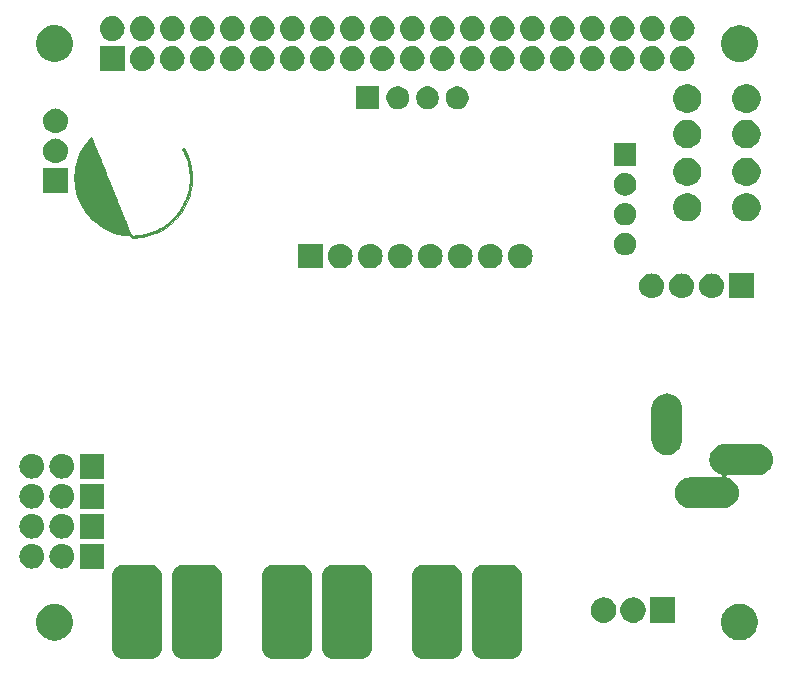
<source format=gbs>
G04 #@! TF.GenerationSoftware,KiCad,Pcbnew,(5.1.4)-1*
G04 #@! TF.CreationDate,2019-12-08T02:24:49+11:00*
G04 #@! TF.ProjectId,dingo-hat,64696e67-6f2d-4686-9174-2e6b69636164,rev?*
G04 #@! TF.SameCoordinates,Original*
G04 #@! TF.FileFunction,Soldermask,Bot*
G04 #@! TF.FilePolarity,Negative*
%FSLAX46Y46*%
G04 Gerber Fmt 4.6, Leading zero omitted, Abs format (unit mm)*
G04 Created by KiCad (PCBNEW (5.1.4)-1) date 2019-12-08 02:24:49*
%MOMM*%
%LPD*%
G04 APERTURE LIST*
%ADD10C,0.010000*%
%ADD11C,0.100000*%
G04 APERTURE END LIST*
D10*
G36*
X106616464Y-54959257D02*
G01*
X106599021Y-54973693D01*
X106573661Y-54997627D01*
X106541967Y-55029407D01*
X106505521Y-55067381D01*
X106465905Y-55109895D01*
X106424702Y-55155296D01*
X106383495Y-55201933D01*
X106343865Y-55248152D01*
X106338221Y-55254867D01*
X106159488Y-55481144D01*
X105995073Y-55716208D01*
X105845227Y-55959499D01*
X105710200Y-56210456D01*
X105590244Y-56468520D01*
X105485610Y-56733130D01*
X105396547Y-57003726D01*
X105323307Y-57279750D01*
X105266141Y-57560639D01*
X105244416Y-57697500D01*
X105231982Y-57786971D01*
X105221922Y-57867916D01*
X105214007Y-57943841D01*
X105208008Y-58018249D01*
X105203697Y-58094646D01*
X105200845Y-58176535D01*
X105199224Y-58267420D01*
X105198606Y-58370806D01*
X105198581Y-58400233D01*
X105199654Y-58541933D01*
X105203127Y-58670726D01*
X105209382Y-58790517D01*
X105218799Y-58905213D01*
X105231759Y-59018719D01*
X105248643Y-59134941D01*
X105269831Y-59257783D01*
X105294785Y-59386600D01*
X105357986Y-59657421D01*
X105437310Y-59925188D01*
X105532180Y-60188658D01*
X105642015Y-60446589D01*
X105766235Y-60697739D01*
X105904262Y-60940864D01*
X106055515Y-61174722D01*
X106219415Y-61398071D01*
X106252378Y-61439767D01*
X106440692Y-61661820D01*
X106639767Y-61870900D01*
X106849188Y-62066755D01*
X107068541Y-62249133D01*
X107297411Y-62417784D01*
X107535384Y-62572455D01*
X107782045Y-62712896D01*
X108036979Y-62838854D01*
X108299773Y-62950077D01*
X108570010Y-63046315D01*
X108847277Y-63127316D01*
X109131159Y-63192829D01*
X109147067Y-63195999D01*
X109231665Y-63211380D01*
X109325779Y-63226161D01*
X109425917Y-63239961D01*
X109528590Y-63252398D01*
X109630305Y-63263091D01*
X109727571Y-63271657D01*
X109816897Y-63277715D01*
X109894793Y-63280883D01*
X109926726Y-63281265D01*
X109999418Y-63281267D01*
X110076926Y-63471767D01*
X110194080Y-63472427D01*
X110241732Y-63472465D01*
X110287748Y-63472093D01*
X110327236Y-63471378D01*
X110355303Y-63470384D01*
X110357800Y-63470241D01*
X110652229Y-63443987D01*
X110943216Y-63401541D01*
X111230083Y-63343118D01*
X111512150Y-63268932D01*
X111788740Y-63179199D01*
X112059173Y-63074134D01*
X112322771Y-62953950D01*
X112578856Y-62818863D01*
X112765422Y-62707997D01*
X113007932Y-62546846D01*
X113239036Y-62373551D01*
X113458455Y-62188717D01*
X113665907Y-61992951D01*
X113861114Y-61786858D01*
X114043796Y-61571043D01*
X114213671Y-61346111D01*
X114370461Y-61112668D01*
X114513884Y-60871319D01*
X114643662Y-60622671D01*
X114759514Y-60367327D01*
X114861160Y-60105894D01*
X114948320Y-59838978D01*
X115020715Y-59567183D01*
X115078063Y-59291115D01*
X115120085Y-59011379D01*
X115146501Y-58728581D01*
X115157031Y-58443327D01*
X115151396Y-58156221D01*
X115129314Y-57867870D01*
X115102387Y-57655167D01*
X115052893Y-57376248D01*
X114987433Y-57098959D01*
X114906633Y-56825336D01*
X114811120Y-56557416D01*
X114701519Y-56297234D01*
X114653541Y-56195094D01*
X114630117Y-56147364D01*
X114604358Y-56095960D01*
X114577549Y-56043334D01*
X114550975Y-55991939D01*
X114525919Y-55944227D01*
X114503667Y-55902652D01*
X114485504Y-55869666D01*
X114472713Y-55847722D01*
X114467734Y-55840350D01*
X114459983Y-55843078D01*
X114441433Y-55852664D01*
X114415657Y-55867011D01*
X114386226Y-55884018D01*
X114356712Y-55901587D01*
X114330685Y-55917619D01*
X114311719Y-55930015D01*
X114303384Y-55936676D01*
X114303267Y-55937004D01*
X114307181Y-55945741D01*
X114317688Y-55965699D01*
X114332941Y-55993418D01*
X114342707Y-56010761D01*
X114370588Y-56061786D01*
X114403196Y-56124543D01*
X114438658Y-56195168D01*
X114475105Y-56269798D01*
X114510662Y-56344569D01*
X114543460Y-56415618D01*
X114571625Y-56479081D01*
X114585628Y-56512167D01*
X114686898Y-56778001D01*
X114772200Y-57046510D01*
X114841818Y-57318918D01*
X114896032Y-57596448D01*
X114935126Y-57880323D01*
X114955959Y-58116600D01*
X114961689Y-58240761D01*
X114963391Y-58376879D01*
X114961246Y-58520507D01*
X114955433Y-58667199D01*
X114946133Y-58812511D01*
X114933527Y-58951995D01*
X114917793Y-59081207D01*
X114916505Y-59090267D01*
X114868425Y-59366019D01*
X114803915Y-59639808D01*
X114723461Y-59910451D01*
X114627549Y-60176766D01*
X114516665Y-60437569D01*
X114391295Y-60691679D01*
X114251924Y-60937912D01*
X114099038Y-61175085D01*
X114007114Y-61304300D01*
X113841684Y-61515689D01*
X113662964Y-61719350D01*
X113472588Y-61913769D01*
X113272191Y-62097431D01*
X113063406Y-62268820D01*
X112847868Y-62426421D01*
X112674968Y-62539513D01*
X112429052Y-62683301D01*
X112180472Y-62810849D01*
X111927691Y-62922812D01*
X111669171Y-63019847D01*
X111403375Y-63102608D01*
X111272494Y-63137523D01*
X111104789Y-63176302D01*
X110931180Y-63209632D01*
X110755254Y-63237069D01*
X110580603Y-63258165D01*
X110410814Y-63272474D01*
X110249477Y-63279550D01*
X110129200Y-63279709D01*
X109997967Y-63277034D01*
X109920905Y-63086534D01*
X109898239Y-63030532D01*
X109870710Y-62962563D01*
X109839825Y-62886346D01*
X109807093Y-62805603D01*
X109774022Y-62724053D01*
X109742120Y-62645418D01*
X109728720Y-62612400D01*
X109699735Y-62540963D01*
X109665054Y-62455449D01*
X109625334Y-62357474D01*
X109581230Y-62248660D01*
X109533397Y-62130624D01*
X109482492Y-62004985D01*
X109429170Y-61873363D01*
X109374086Y-61737377D01*
X109317897Y-61598645D01*
X109261257Y-61458787D01*
X109204824Y-61319421D01*
X109149251Y-61182166D01*
X109095195Y-61048642D01*
X109043312Y-60920467D01*
X108994256Y-60799261D01*
X108948685Y-60686641D01*
X108907253Y-60584228D01*
X108870616Y-60493640D01*
X108840657Y-60419534D01*
X108804552Y-60330234D01*
X108765710Y-60234225D01*
X108725563Y-60135045D01*
X108685544Y-60036233D01*
X108647087Y-59941325D01*
X108611625Y-59853862D01*
X108580591Y-59777381D01*
X108571462Y-59754900D01*
X108547714Y-59696405D01*
X108518001Y-59623176D01*
X108482713Y-59536175D01*
X108442240Y-59436363D01*
X108396971Y-59324702D01*
X108347297Y-59202155D01*
X108293606Y-59069682D01*
X108236288Y-58928246D01*
X108175732Y-58778809D01*
X108112329Y-58622332D01*
X108046468Y-58459778D01*
X107978538Y-58292107D01*
X107908929Y-58120282D01*
X107838031Y-57945265D01*
X107766233Y-57768018D01*
X107693925Y-57589502D01*
X107621496Y-57410679D01*
X107549336Y-57232511D01*
X107477834Y-57055960D01*
X107407381Y-56881988D01*
X107338365Y-56711556D01*
X107271176Y-56545627D01*
X107206205Y-56385162D01*
X107143840Y-56231122D01*
X107084470Y-56084471D01*
X107028487Y-55946169D01*
X106976278Y-55817178D01*
X106928234Y-55698461D01*
X106884745Y-55590979D01*
X106846199Y-55495693D01*
X106812987Y-55413567D01*
X106793328Y-55364933D01*
X106761694Y-55286835D01*
X106731847Y-55213477D01*
X106704408Y-55146364D01*
X106679998Y-55086997D01*
X106659238Y-55036881D01*
X106642748Y-54997518D01*
X106631149Y-54970412D01*
X106625063Y-54957065D01*
X106624407Y-54955972D01*
X106616464Y-54959257D01*
X106616464Y-54959257D01*
G37*
X106616464Y-54959257D02*
X106599021Y-54973693D01*
X106573661Y-54997627D01*
X106541967Y-55029407D01*
X106505521Y-55067381D01*
X106465905Y-55109895D01*
X106424702Y-55155296D01*
X106383495Y-55201933D01*
X106343865Y-55248152D01*
X106338221Y-55254867D01*
X106159488Y-55481144D01*
X105995073Y-55716208D01*
X105845227Y-55959499D01*
X105710200Y-56210456D01*
X105590244Y-56468520D01*
X105485610Y-56733130D01*
X105396547Y-57003726D01*
X105323307Y-57279750D01*
X105266141Y-57560639D01*
X105244416Y-57697500D01*
X105231982Y-57786971D01*
X105221922Y-57867916D01*
X105214007Y-57943841D01*
X105208008Y-58018249D01*
X105203697Y-58094646D01*
X105200845Y-58176535D01*
X105199224Y-58267420D01*
X105198606Y-58370806D01*
X105198581Y-58400233D01*
X105199654Y-58541933D01*
X105203127Y-58670726D01*
X105209382Y-58790517D01*
X105218799Y-58905213D01*
X105231759Y-59018719D01*
X105248643Y-59134941D01*
X105269831Y-59257783D01*
X105294785Y-59386600D01*
X105357986Y-59657421D01*
X105437310Y-59925188D01*
X105532180Y-60188658D01*
X105642015Y-60446589D01*
X105766235Y-60697739D01*
X105904262Y-60940864D01*
X106055515Y-61174722D01*
X106219415Y-61398071D01*
X106252378Y-61439767D01*
X106440692Y-61661820D01*
X106639767Y-61870900D01*
X106849188Y-62066755D01*
X107068541Y-62249133D01*
X107297411Y-62417784D01*
X107535384Y-62572455D01*
X107782045Y-62712896D01*
X108036979Y-62838854D01*
X108299773Y-62950077D01*
X108570010Y-63046315D01*
X108847277Y-63127316D01*
X109131159Y-63192829D01*
X109147067Y-63195999D01*
X109231665Y-63211380D01*
X109325779Y-63226161D01*
X109425917Y-63239961D01*
X109528590Y-63252398D01*
X109630305Y-63263091D01*
X109727571Y-63271657D01*
X109816897Y-63277715D01*
X109894793Y-63280883D01*
X109926726Y-63281265D01*
X109999418Y-63281267D01*
X110076926Y-63471767D01*
X110194080Y-63472427D01*
X110241732Y-63472465D01*
X110287748Y-63472093D01*
X110327236Y-63471378D01*
X110355303Y-63470384D01*
X110357800Y-63470241D01*
X110652229Y-63443987D01*
X110943216Y-63401541D01*
X111230083Y-63343118D01*
X111512150Y-63268932D01*
X111788740Y-63179199D01*
X112059173Y-63074134D01*
X112322771Y-62953950D01*
X112578856Y-62818863D01*
X112765422Y-62707997D01*
X113007932Y-62546846D01*
X113239036Y-62373551D01*
X113458455Y-62188717D01*
X113665907Y-61992951D01*
X113861114Y-61786858D01*
X114043796Y-61571043D01*
X114213671Y-61346111D01*
X114370461Y-61112668D01*
X114513884Y-60871319D01*
X114643662Y-60622671D01*
X114759514Y-60367327D01*
X114861160Y-60105894D01*
X114948320Y-59838978D01*
X115020715Y-59567183D01*
X115078063Y-59291115D01*
X115120085Y-59011379D01*
X115146501Y-58728581D01*
X115157031Y-58443327D01*
X115151396Y-58156221D01*
X115129314Y-57867870D01*
X115102387Y-57655167D01*
X115052893Y-57376248D01*
X114987433Y-57098959D01*
X114906633Y-56825336D01*
X114811120Y-56557416D01*
X114701519Y-56297234D01*
X114653541Y-56195094D01*
X114630117Y-56147364D01*
X114604358Y-56095960D01*
X114577549Y-56043334D01*
X114550975Y-55991939D01*
X114525919Y-55944227D01*
X114503667Y-55902652D01*
X114485504Y-55869666D01*
X114472713Y-55847722D01*
X114467734Y-55840350D01*
X114459983Y-55843078D01*
X114441433Y-55852664D01*
X114415657Y-55867011D01*
X114386226Y-55884018D01*
X114356712Y-55901587D01*
X114330685Y-55917619D01*
X114311719Y-55930015D01*
X114303384Y-55936676D01*
X114303267Y-55937004D01*
X114307181Y-55945741D01*
X114317688Y-55965699D01*
X114332941Y-55993418D01*
X114342707Y-56010761D01*
X114370588Y-56061786D01*
X114403196Y-56124543D01*
X114438658Y-56195168D01*
X114475105Y-56269798D01*
X114510662Y-56344569D01*
X114543460Y-56415618D01*
X114571625Y-56479081D01*
X114585628Y-56512167D01*
X114686898Y-56778001D01*
X114772200Y-57046510D01*
X114841818Y-57318918D01*
X114896032Y-57596448D01*
X114935126Y-57880323D01*
X114955959Y-58116600D01*
X114961689Y-58240761D01*
X114963391Y-58376879D01*
X114961246Y-58520507D01*
X114955433Y-58667199D01*
X114946133Y-58812511D01*
X114933527Y-58951995D01*
X114917793Y-59081207D01*
X114916505Y-59090267D01*
X114868425Y-59366019D01*
X114803915Y-59639808D01*
X114723461Y-59910451D01*
X114627549Y-60176766D01*
X114516665Y-60437569D01*
X114391295Y-60691679D01*
X114251924Y-60937912D01*
X114099038Y-61175085D01*
X114007114Y-61304300D01*
X113841684Y-61515689D01*
X113662964Y-61719350D01*
X113472588Y-61913769D01*
X113272191Y-62097431D01*
X113063406Y-62268820D01*
X112847868Y-62426421D01*
X112674968Y-62539513D01*
X112429052Y-62683301D01*
X112180472Y-62810849D01*
X111927691Y-62922812D01*
X111669171Y-63019847D01*
X111403375Y-63102608D01*
X111272494Y-63137523D01*
X111104789Y-63176302D01*
X110931180Y-63209632D01*
X110755254Y-63237069D01*
X110580603Y-63258165D01*
X110410814Y-63272474D01*
X110249477Y-63279550D01*
X110129200Y-63279709D01*
X109997967Y-63277034D01*
X109920905Y-63086534D01*
X109898239Y-63030532D01*
X109870710Y-62962563D01*
X109839825Y-62886346D01*
X109807093Y-62805603D01*
X109774022Y-62724053D01*
X109742120Y-62645418D01*
X109728720Y-62612400D01*
X109699735Y-62540963D01*
X109665054Y-62455449D01*
X109625334Y-62357474D01*
X109581230Y-62248660D01*
X109533397Y-62130624D01*
X109482492Y-62004985D01*
X109429170Y-61873363D01*
X109374086Y-61737377D01*
X109317897Y-61598645D01*
X109261257Y-61458787D01*
X109204824Y-61319421D01*
X109149251Y-61182166D01*
X109095195Y-61048642D01*
X109043312Y-60920467D01*
X108994256Y-60799261D01*
X108948685Y-60686641D01*
X108907253Y-60584228D01*
X108870616Y-60493640D01*
X108840657Y-60419534D01*
X108804552Y-60330234D01*
X108765710Y-60234225D01*
X108725563Y-60135045D01*
X108685544Y-60036233D01*
X108647087Y-59941325D01*
X108611625Y-59853862D01*
X108580591Y-59777381D01*
X108571462Y-59754900D01*
X108547714Y-59696405D01*
X108518001Y-59623176D01*
X108482713Y-59536175D01*
X108442240Y-59436363D01*
X108396971Y-59324702D01*
X108347297Y-59202155D01*
X108293606Y-59069682D01*
X108236288Y-58928246D01*
X108175732Y-58778809D01*
X108112329Y-58622332D01*
X108046468Y-58459778D01*
X107978538Y-58292107D01*
X107908929Y-58120282D01*
X107838031Y-57945265D01*
X107766233Y-57768018D01*
X107693925Y-57589502D01*
X107621496Y-57410679D01*
X107549336Y-57232511D01*
X107477834Y-57055960D01*
X107407381Y-56881988D01*
X107338365Y-56711556D01*
X107271176Y-56545627D01*
X107206205Y-56385162D01*
X107143840Y-56231122D01*
X107084470Y-56084471D01*
X107028487Y-55946169D01*
X106976278Y-55817178D01*
X106928234Y-55698461D01*
X106884745Y-55590979D01*
X106846199Y-55495693D01*
X106812987Y-55413567D01*
X106793328Y-55364933D01*
X106761694Y-55286835D01*
X106731847Y-55213477D01*
X106704408Y-55146364D01*
X106679998Y-55086997D01*
X106659238Y-55036881D01*
X106642748Y-54997518D01*
X106631149Y-54970412D01*
X106625063Y-54957065D01*
X106624407Y-54955972D01*
X106616464Y-54959257D01*
D11*
G36*
X142276983Y-91159760D02*
G01*
X142463999Y-91216490D01*
X142636344Y-91308611D01*
X142787412Y-91432588D01*
X142911389Y-91583656D01*
X143003510Y-91756001D01*
X143060240Y-91943017D01*
X143080000Y-92143640D01*
X143080000Y-98156360D01*
X143060240Y-98356983D01*
X143003510Y-98543999D01*
X142911389Y-98716344D01*
X142787412Y-98867412D01*
X142636344Y-98991389D01*
X142463999Y-99083510D01*
X142276983Y-99140240D01*
X142076360Y-99160000D01*
X139843640Y-99160000D01*
X139643017Y-99140240D01*
X139456001Y-99083510D01*
X139283656Y-98991389D01*
X139132588Y-98867412D01*
X139008611Y-98716344D01*
X138916490Y-98543999D01*
X138859760Y-98356983D01*
X138840000Y-98156360D01*
X138840000Y-92143640D01*
X138859760Y-91943017D01*
X138916490Y-91756001D01*
X139008611Y-91583656D01*
X139132588Y-91432588D01*
X139283656Y-91308611D01*
X139456001Y-91216490D01*
X139643017Y-91159760D01*
X139843640Y-91140000D01*
X142076360Y-91140000D01*
X142276983Y-91159760D01*
X142276983Y-91159760D01*
G37*
G36*
X137196983Y-91159760D02*
G01*
X137383999Y-91216490D01*
X137556344Y-91308611D01*
X137707412Y-91432588D01*
X137831389Y-91583656D01*
X137923510Y-91756001D01*
X137980240Y-91943017D01*
X138000000Y-92143640D01*
X138000000Y-98156360D01*
X137980240Y-98356983D01*
X137923510Y-98543999D01*
X137831389Y-98716344D01*
X137707412Y-98867412D01*
X137556344Y-98991389D01*
X137383999Y-99083510D01*
X137196983Y-99140240D01*
X136996360Y-99160000D01*
X134763640Y-99160000D01*
X134563017Y-99140240D01*
X134376001Y-99083510D01*
X134203656Y-98991389D01*
X134052588Y-98867412D01*
X133928611Y-98716344D01*
X133836490Y-98543999D01*
X133779760Y-98356983D01*
X133760000Y-98156360D01*
X133760000Y-92143640D01*
X133779760Y-91943017D01*
X133836490Y-91756001D01*
X133928611Y-91583656D01*
X134052588Y-91432588D01*
X134203656Y-91308611D01*
X134376001Y-91216490D01*
X134563017Y-91159760D01*
X134763640Y-91140000D01*
X136996360Y-91140000D01*
X137196983Y-91159760D01*
X137196983Y-91159760D01*
G37*
G36*
X111790983Y-91159760D02*
G01*
X111977999Y-91216490D01*
X112150344Y-91308611D01*
X112301412Y-91432588D01*
X112425389Y-91583656D01*
X112517510Y-91756001D01*
X112574240Y-91943017D01*
X112594000Y-92143640D01*
X112594000Y-98156360D01*
X112574240Y-98356983D01*
X112517510Y-98543999D01*
X112425389Y-98716344D01*
X112301412Y-98867412D01*
X112150344Y-98991389D01*
X111977999Y-99083510D01*
X111790983Y-99140240D01*
X111590360Y-99160000D01*
X109357640Y-99160000D01*
X109157017Y-99140240D01*
X108970001Y-99083510D01*
X108797656Y-98991389D01*
X108646588Y-98867412D01*
X108522611Y-98716344D01*
X108430490Y-98543999D01*
X108373760Y-98356983D01*
X108354000Y-98156360D01*
X108354000Y-92143640D01*
X108373760Y-91943017D01*
X108430490Y-91756001D01*
X108522611Y-91583656D01*
X108646588Y-91432588D01*
X108797656Y-91308611D01*
X108970001Y-91216490D01*
X109157017Y-91159760D01*
X109357640Y-91140000D01*
X111590360Y-91140000D01*
X111790983Y-91159760D01*
X111790983Y-91159760D01*
G37*
G36*
X116870983Y-91159760D02*
G01*
X117057999Y-91216490D01*
X117230344Y-91308611D01*
X117381412Y-91432588D01*
X117505389Y-91583656D01*
X117597510Y-91756001D01*
X117654240Y-91943017D01*
X117674000Y-92143640D01*
X117674000Y-98156360D01*
X117654240Y-98356983D01*
X117597510Y-98543999D01*
X117505389Y-98716344D01*
X117381412Y-98867412D01*
X117230344Y-98991389D01*
X117057999Y-99083510D01*
X116870983Y-99140240D01*
X116670360Y-99160000D01*
X114437640Y-99160000D01*
X114237017Y-99140240D01*
X114050001Y-99083510D01*
X113877656Y-98991389D01*
X113726588Y-98867412D01*
X113602611Y-98716344D01*
X113510490Y-98543999D01*
X113453760Y-98356983D01*
X113434000Y-98156360D01*
X113434000Y-92143640D01*
X113453760Y-91943017D01*
X113510490Y-91756001D01*
X113602611Y-91583656D01*
X113726588Y-91432588D01*
X113877656Y-91308611D01*
X114050001Y-91216490D01*
X114237017Y-91159760D01*
X114437640Y-91140000D01*
X116670360Y-91140000D01*
X116870983Y-91159760D01*
X116870983Y-91159760D01*
G37*
G36*
X129573983Y-91159760D02*
G01*
X129760999Y-91216490D01*
X129933344Y-91308611D01*
X130084412Y-91432588D01*
X130208389Y-91583656D01*
X130300510Y-91756001D01*
X130357240Y-91943017D01*
X130377000Y-92143640D01*
X130377000Y-98156360D01*
X130357240Y-98356983D01*
X130300510Y-98543999D01*
X130208389Y-98716344D01*
X130084412Y-98867412D01*
X129933344Y-98991389D01*
X129760999Y-99083510D01*
X129573983Y-99140240D01*
X129373360Y-99160000D01*
X127140640Y-99160000D01*
X126940017Y-99140240D01*
X126753001Y-99083510D01*
X126580656Y-98991389D01*
X126429588Y-98867412D01*
X126305611Y-98716344D01*
X126213490Y-98543999D01*
X126156760Y-98356983D01*
X126137000Y-98156360D01*
X126137000Y-92143640D01*
X126156760Y-91943017D01*
X126213490Y-91756001D01*
X126305611Y-91583656D01*
X126429588Y-91432588D01*
X126580656Y-91308611D01*
X126753001Y-91216490D01*
X126940017Y-91159760D01*
X127140640Y-91140000D01*
X129373360Y-91140000D01*
X129573983Y-91159760D01*
X129573983Y-91159760D01*
G37*
G36*
X124493983Y-91159760D02*
G01*
X124680999Y-91216490D01*
X124853344Y-91308611D01*
X125004412Y-91432588D01*
X125128389Y-91583656D01*
X125220510Y-91756001D01*
X125277240Y-91943017D01*
X125297000Y-92143640D01*
X125297000Y-98156360D01*
X125277240Y-98356983D01*
X125220510Y-98543999D01*
X125128389Y-98716344D01*
X125004412Y-98867412D01*
X124853344Y-98991389D01*
X124680999Y-99083510D01*
X124493983Y-99140240D01*
X124293360Y-99160000D01*
X122060640Y-99160000D01*
X121860017Y-99140240D01*
X121673001Y-99083510D01*
X121500656Y-98991389D01*
X121349588Y-98867412D01*
X121225611Y-98716344D01*
X121133490Y-98543999D01*
X121076760Y-98356983D01*
X121057000Y-98156360D01*
X121057000Y-92143640D01*
X121076760Y-91943017D01*
X121133490Y-91756001D01*
X121225611Y-91583656D01*
X121349588Y-91432588D01*
X121500656Y-91308611D01*
X121673001Y-91216490D01*
X121860017Y-91159760D01*
X122060640Y-91140000D01*
X124293360Y-91140000D01*
X124493983Y-91159760D01*
X124493983Y-91159760D01*
G37*
G36*
X103812390Y-94499783D02*
G01*
X103962118Y-94529565D01*
X104078960Y-94577963D01*
X104244199Y-94646407D01*
X104244200Y-94646408D01*
X104498068Y-94816036D01*
X104713964Y-95031932D01*
X104763373Y-95105879D01*
X104883593Y-95285801D01*
X104952037Y-95451040D01*
X104996293Y-95557882D01*
X105000435Y-95567883D01*
X105060000Y-95867337D01*
X105060000Y-96172663D01*
X105000435Y-96472117D01*
X104883593Y-96754199D01*
X104883592Y-96754200D01*
X104713964Y-97008068D01*
X104498068Y-97223964D01*
X104328439Y-97337306D01*
X104244199Y-97393593D01*
X104078960Y-97462037D01*
X103962118Y-97510435D01*
X103812390Y-97540218D01*
X103662663Y-97570000D01*
X103357337Y-97570000D01*
X103207610Y-97540218D01*
X103057882Y-97510435D01*
X102941040Y-97462037D01*
X102775801Y-97393593D01*
X102691561Y-97337306D01*
X102521932Y-97223964D01*
X102306036Y-97008068D01*
X102136408Y-96754200D01*
X102136407Y-96754199D01*
X102019565Y-96472117D01*
X101960000Y-96172663D01*
X101960000Y-95867337D01*
X102019565Y-95567883D01*
X102023708Y-95557882D01*
X102067963Y-95451040D01*
X102136407Y-95285801D01*
X102256627Y-95105879D01*
X102306036Y-95031932D01*
X102521932Y-94816036D01*
X102775800Y-94646408D01*
X102775801Y-94646407D01*
X102941040Y-94577963D01*
X103057882Y-94529565D01*
X103207610Y-94499782D01*
X103357337Y-94470000D01*
X103662663Y-94470000D01*
X103812390Y-94499783D01*
X103812390Y-94499783D01*
G37*
G36*
X161702936Y-94470000D02*
G01*
X161952118Y-94519565D01*
X162068960Y-94567963D01*
X162234199Y-94636407D01*
X162309070Y-94686434D01*
X162488068Y-94806036D01*
X162703964Y-95021932D01*
X162760055Y-95105879D01*
X162873593Y-95275801D01*
X162942037Y-95441040D01*
X162990435Y-95557882D01*
X163050000Y-95857338D01*
X163050000Y-96162662D01*
X162990435Y-96462118D01*
X162942037Y-96578960D01*
X162873593Y-96744199D01*
X162817306Y-96828439D01*
X162703964Y-96998068D01*
X162488068Y-97213964D01*
X162318439Y-97327306D01*
X162234199Y-97383593D01*
X162068960Y-97452037D01*
X161952118Y-97500435D01*
X161901844Y-97510435D01*
X161652663Y-97560000D01*
X161347337Y-97560000D01*
X161098156Y-97510435D01*
X161047882Y-97500435D01*
X160931040Y-97452037D01*
X160765801Y-97383593D01*
X160681561Y-97327306D01*
X160511932Y-97213964D01*
X160296036Y-96998068D01*
X160182694Y-96828439D01*
X160126407Y-96744199D01*
X160057963Y-96578960D01*
X160009565Y-96462118D01*
X159950000Y-96162662D01*
X159950000Y-95857338D01*
X160009565Y-95557882D01*
X160057963Y-95441040D01*
X160126407Y-95275801D01*
X160239945Y-95105879D01*
X160296036Y-95021932D01*
X160511932Y-94806036D01*
X160690930Y-94686434D01*
X160765801Y-94636407D01*
X160931040Y-94567963D01*
X161047882Y-94519565D01*
X161297064Y-94470000D01*
X161347337Y-94460000D01*
X161652663Y-94460000D01*
X161702936Y-94470000D01*
X161702936Y-94470000D01*
G37*
G36*
X156075000Y-96075000D02*
G01*
X153925000Y-96075000D01*
X153925000Y-93925000D01*
X156075000Y-93925000D01*
X156075000Y-96075000D01*
X156075000Y-96075000D01*
G37*
G36*
X150209722Y-93945656D02*
G01*
X150313566Y-93966312D01*
X150370866Y-93990047D01*
X150509203Y-94047347D01*
X150685272Y-94164993D01*
X150835007Y-94314728D01*
X150952653Y-94490797D01*
X151009953Y-94629134D01*
X151017109Y-94646408D01*
X151033688Y-94686435D01*
X151075000Y-94894121D01*
X151075000Y-95105879D01*
X151033688Y-95313565D01*
X150952653Y-95509203D01*
X150835007Y-95685272D01*
X150685272Y-95835007D01*
X150509203Y-95952653D01*
X150370866Y-96009953D01*
X150313566Y-96033688D01*
X150209722Y-96054344D01*
X150105879Y-96075000D01*
X149894121Y-96075000D01*
X149790278Y-96054344D01*
X149686434Y-96033688D01*
X149629134Y-96009953D01*
X149490797Y-95952653D01*
X149314728Y-95835007D01*
X149164993Y-95685272D01*
X149047347Y-95509203D01*
X148966312Y-95313565D01*
X148925000Y-95105879D01*
X148925000Y-94894121D01*
X148966312Y-94686435D01*
X148982892Y-94646408D01*
X148990047Y-94629134D01*
X149047347Y-94490797D01*
X149164993Y-94314728D01*
X149314728Y-94164993D01*
X149490797Y-94047347D01*
X149629134Y-93990047D01*
X149686434Y-93966312D01*
X149790278Y-93945656D01*
X149894121Y-93925000D01*
X150105879Y-93925000D01*
X150209722Y-93945656D01*
X150209722Y-93945656D01*
G37*
G36*
X152709722Y-93945656D02*
G01*
X152813566Y-93966312D01*
X152870866Y-93990047D01*
X153009203Y-94047347D01*
X153185272Y-94164993D01*
X153335007Y-94314728D01*
X153452653Y-94490797D01*
X153509953Y-94629134D01*
X153517109Y-94646408D01*
X153533688Y-94686435D01*
X153575000Y-94894121D01*
X153575000Y-95105879D01*
X153533688Y-95313565D01*
X153452653Y-95509203D01*
X153335007Y-95685272D01*
X153185272Y-95835007D01*
X153009203Y-95952653D01*
X152870866Y-96009953D01*
X152813566Y-96033688D01*
X152709722Y-96054344D01*
X152605879Y-96075000D01*
X152394121Y-96075000D01*
X152290278Y-96054344D01*
X152186434Y-96033688D01*
X152129134Y-96009953D01*
X151990797Y-95952653D01*
X151814728Y-95835007D01*
X151664993Y-95685272D01*
X151547347Y-95509203D01*
X151466312Y-95313565D01*
X151425000Y-95105879D01*
X151425000Y-94894121D01*
X151466312Y-94686435D01*
X151482892Y-94646408D01*
X151490047Y-94629134D01*
X151547347Y-94490797D01*
X151664993Y-94314728D01*
X151814728Y-94164993D01*
X151990797Y-94047347D01*
X152129134Y-93990047D01*
X152186434Y-93966312D01*
X152290278Y-93945656D01*
X152394121Y-93925000D01*
X152605879Y-93925000D01*
X152709722Y-93945656D01*
X152709722Y-93945656D01*
G37*
G36*
X101728707Y-89381596D02*
G01*
X101805836Y-89389193D01*
X102003762Y-89449233D01*
X102003765Y-89449234D01*
X102186170Y-89546732D01*
X102346055Y-89677945D01*
X102477268Y-89837830D01*
X102574766Y-90020235D01*
X102574767Y-90020238D01*
X102634807Y-90218164D01*
X102655080Y-90424000D01*
X102634807Y-90629836D01*
X102574767Y-90827762D01*
X102574766Y-90827765D01*
X102477268Y-91010170D01*
X102346055Y-91170055D01*
X102186170Y-91301268D01*
X102003765Y-91398766D01*
X102003762Y-91398767D01*
X101805836Y-91458807D01*
X101728707Y-91466403D01*
X101651580Y-91474000D01*
X101548420Y-91474000D01*
X101471293Y-91466403D01*
X101394164Y-91458807D01*
X101196238Y-91398767D01*
X101196235Y-91398766D01*
X101013830Y-91301268D01*
X100853945Y-91170055D01*
X100722732Y-91010170D01*
X100625234Y-90827765D01*
X100625233Y-90827762D01*
X100565193Y-90629836D01*
X100544920Y-90424000D01*
X100565193Y-90218164D01*
X100625233Y-90020238D01*
X100625234Y-90020235D01*
X100722732Y-89837830D01*
X100853945Y-89677945D01*
X101013830Y-89546732D01*
X101196235Y-89449234D01*
X101196238Y-89449233D01*
X101394164Y-89389193D01*
X101471293Y-89381596D01*
X101548420Y-89374000D01*
X101651580Y-89374000D01*
X101728707Y-89381596D01*
X101728707Y-89381596D01*
G37*
G36*
X104268707Y-89381596D02*
G01*
X104345836Y-89389193D01*
X104543762Y-89449233D01*
X104543765Y-89449234D01*
X104726170Y-89546732D01*
X104886055Y-89677945D01*
X105017268Y-89837830D01*
X105114766Y-90020235D01*
X105114767Y-90020238D01*
X105174807Y-90218164D01*
X105195080Y-90424000D01*
X105174807Y-90629836D01*
X105114767Y-90827762D01*
X105114766Y-90827765D01*
X105017268Y-91010170D01*
X104886055Y-91170055D01*
X104726170Y-91301268D01*
X104543765Y-91398766D01*
X104543762Y-91398767D01*
X104345836Y-91458807D01*
X104268707Y-91466403D01*
X104191580Y-91474000D01*
X104088420Y-91474000D01*
X104011293Y-91466403D01*
X103934164Y-91458807D01*
X103736238Y-91398767D01*
X103736235Y-91398766D01*
X103553830Y-91301268D01*
X103393945Y-91170055D01*
X103262732Y-91010170D01*
X103165234Y-90827765D01*
X103165233Y-90827762D01*
X103105193Y-90629836D01*
X103084920Y-90424000D01*
X103105193Y-90218164D01*
X103165233Y-90020238D01*
X103165234Y-90020235D01*
X103262732Y-89837830D01*
X103393945Y-89677945D01*
X103553830Y-89546732D01*
X103736235Y-89449234D01*
X103736238Y-89449233D01*
X103934164Y-89389193D01*
X104011293Y-89381596D01*
X104088420Y-89374000D01*
X104191580Y-89374000D01*
X104268707Y-89381596D01*
X104268707Y-89381596D01*
G37*
G36*
X107730000Y-91474000D02*
G01*
X105630000Y-91474000D01*
X105630000Y-89374000D01*
X107730000Y-89374000D01*
X107730000Y-91474000D01*
X107730000Y-91474000D01*
G37*
G36*
X101728707Y-86841597D02*
G01*
X101805836Y-86849193D01*
X102003762Y-86909233D01*
X102003765Y-86909234D01*
X102186170Y-87006732D01*
X102346055Y-87137945D01*
X102477268Y-87297830D01*
X102574766Y-87480235D01*
X102574767Y-87480238D01*
X102634807Y-87678164D01*
X102655080Y-87884000D01*
X102634807Y-88089836D01*
X102574767Y-88287762D01*
X102574766Y-88287765D01*
X102477268Y-88470170D01*
X102346055Y-88630055D01*
X102186170Y-88761268D01*
X102003765Y-88858766D01*
X102003762Y-88858767D01*
X101805836Y-88918807D01*
X101728707Y-88926404D01*
X101651580Y-88934000D01*
X101548420Y-88934000D01*
X101471293Y-88926404D01*
X101394164Y-88918807D01*
X101196238Y-88858767D01*
X101196235Y-88858766D01*
X101013830Y-88761268D01*
X100853945Y-88630055D01*
X100722732Y-88470170D01*
X100625234Y-88287765D01*
X100625233Y-88287762D01*
X100565193Y-88089836D01*
X100544920Y-87884000D01*
X100565193Y-87678164D01*
X100625233Y-87480238D01*
X100625234Y-87480235D01*
X100722732Y-87297830D01*
X100853945Y-87137945D01*
X101013830Y-87006732D01*
X101196235Y-86909234D01*
X101196238Y-86909233D01*
X101394164Y-86849193D01*
X101471293Y-86841597D01*
X101548420Y-86834000D01*
X101651580Y-86834000D01*
X101728707Y-86841597D01*
X101728707Y-86841597D01*
G37*
G36*
X107730000Y-88934000D02*
G01*
X105630000Y-88934000D01*
X105630000Y-86834000D01*
X107730000Y-86834000D01*
X107730000Y-88934000D01*
X107730000Y-88934000D01*
G37*
G36*
X104268707Y-86841597D02*
G01*
X104345836Y-86849193D01*
X104543762Y-86909233D01*
X104543765Y-86909234D01*
X104726170Y-87006732D01*
X104886055Y-87137945D01*
X105017268Y-87297830D01*
X105114766Y-87480235D01*
X105114767Y-87480238D01*
X105174807Y-87678164D01*
X105195080Y-87884000D01*
X105174807Y-88089836D01*
X105114767Y-88287762D01*
X105114766Y-88287765D01*
X105017268Y-88470170D01*
X104886055Y-88630055D01*
X104726170Y-88761268D01*
X104543765Y-88858766D01*
X104543762Y-88858767D01*
X104345836Y-88918807D01*
X104268707Y-88926404D01*
X104191580Y-88934000D01*
X104088420Y-88934000D01*
X104011293Y-88926404D01*
X103934164Y-88918807D01*
X103736238Y-88858767D01*
X103736235Y-88858766D01*
X103553830Y-88761268D01*
X103393945Y-88630055D01*
X103262732Y-88470170D01*
X103165234Y-88287765D01*
X103165233Y-88287762D01*
X103105193Y-88089836D01*
X103084920Y-87884000D01*
X103105193Y-87678164D01*
X103165233Y-87480238D01*
X103165234Y-87480235D01*
X103262732Y-87297830D01*
X103393945Y-87137945D01*
X103553830Y-87006732D01*
X103736235Y-86909234D01*
X103736238Y-86909233D01*
X103934164Y-86849193D01*
X104011293Y-86841597D01*
X104088420Y-86834000D01*
X104191580Y-86834000D01*
X104268707Y-86841597D01*
X104268707Y-86841597D01*
G37*
G36*
X101728707Y-84301597D02*
G01*
X101805836Y-84309193D01*
X102003762Y-84369233D01*
X102003765Y-84369234D01*
X102186170Y-84466732D01*
X102346055Y-84597945D01*
X102477268Y-84757830D01*
X102574766Y-84940235D01*
X102574767Y-84940238D01*
X102634807Y-85138164D01*
X102655080Y-85344000D01*
X102634807Y-85549836D01*
X102634788Y-85549898D01*
X102574766Y-85747765D01*
X102477268Y-85930170D01*
X102346055Y-86090055D01*
X102186170Y-86221268D01*
X102003765Y-86318766D01*
X102003762Y-86318767D01*
X101805836Y-86378807D01*
X101728707Y-86386403D01*
X101651580Y-86394000D01*
X101548420Y-86394000D01*
X101471293Y-86386403D01*
X101394164Y-86378807D01*
X101196238Y-86318767D01*
X101196235Y-86318766D01*
X101013830Y-86221268D01*
X100853945Y-86090055D01*
X100722732Y-85930170D01*
X100625234Y-85747765D01*
X100565212Y-85549898D01*
X100565193Y-85549836D01*
X100544920Y-85344000D01*
X100565193Y-85138164D01*
X100625233Y-84940238D01*
X100625234Y-84940235D01*
X100722732Y-84757830D01*
X100853945Y-84597945D01*
X101013830Y-84466732D01*
X101196235Y-84369234D01*
X101196238Y-84369233D01*
X101394164Y-84309193D01*
X101471293Y-84301597D01*
X101548420Y-84294000D01*
X101651580Y-84294000D01*
X101728707Y-84301597D01*
X101728707Y-84301597D01*
G37*
G36*
X104268707Y-84301597D02*
G01*
X104345836Y-84309193D01*
X104543762Y-84369233D01*
X104543765Y-84369234D01*
X104726170Y-84466732D01*
X104886055Y-84597945D01*
X105017268Y-84757830D01*
X105114766Y-84940235D01*
X105114767Y-84940238D01*
X105174807Y-85138164D01*
X105195080Y-85344000D01*
X105174807Y-85549836D01*
X105174788Y-85549898D01*
X105114766Y-85747765D01*
X105017268Y-85930170D01*
X104886055Y-86090055D01*
X104726170Y-86221268D01*
X104543765Y-86318766D01*
X104543762Y-86318767D01*
X104345836Y-86378807D01*
X104268707Y-86386403D01*
X104191580Y-86394000D01*
X104088420Y-86394000D01*
X104011293Y-86386403D01*
X103934164Y-86378807D01*
X103736238Y-86318767D01*
X103736235Y-86318766D01*
X103553830Y-86221268D01*
X103393945Y-86090055D01*
X103262732Y-85930170D01*
X103165234Y-85747765D01*
X103105212Y-85549898D01*
X103105193Y-85549836D01*
X103084920Y-85344000D01*
X103105193Y-85138164D01*
X103165233Y-84940238D01*
X103165234Y-84940235D01*
X103262732Y-84757830D01*
X103393945Y-84597945D01*
X103553830Y-84466732D01*
X103736235Y-84369234D01*
X103736238Y-84369233D01*
X103934164Y-84309193D01*
X104011293Y-84301597D01*
X104088420Y-84294000D01*
X104191580Y-84294000D01*
X104268707Y-84301597D01*
X104268707Y-84301597D01*
G37*
G36*
X107730000Y-86394000D02*
G01*
X105630000Y-86394000D01*
X105630000Y-84294000D01*
X107730000Y-84294000D01*
X107730000Y-86394000D01*
X107730000Y-86394000D01*
G37*
G36*
X163304845Y-80968810D02*
G01*
X163549896Y-81043145D01*
X163775736Y-81163860D01*
X163973687Y-81326313D01*
X164136140Y-81524264D01*
X164256855Y-81750104D01*
X164331190Y-81995155D01*
X164356290Y-82250000D01*
X164331190Y-82504845D01*
X164256855Y-82749896D01*
X164136140Y-82975736D01*
X163973687Y-83173687D01*
X163775736Y-83336140D01*
X163549896Y-83456855D01*
X163304845Y-83531190D01*
X163113864Y-83550000D01*
X160526198Y-83550000D01*
X160501812Y-83552402D01*
X160478363Y-83559515D01*
X160456752Y-83571066D01*
X160437810Y-83586611D01*
X160422265Y-83605553D01*
X160410714Y-83627164D01*
X160403601Y-83650613D01*
X160401199Y-83674999D01*
X160403601Y-83699385D01*
X160410714Y-83722834D01*
X160422265Y-83744445D01*
X160437810Y-83763387D01*
X160456752Y-83778932D01*
X160478363Y-83790483D01*
X160489894Y-83794609D01*
X160649896Y-83843145D01*
X160875736Y-83963860D01*
X161073687Y-84126313D01*
X161236140Y-84324264D01*
X161356855Y-84550104D01*
X161431190Y-84795155D01*
X161456290Y-85050000D01*
X161431190Y-85304845D01*
X161356855Y-85549896D01*
X161236140Y-85775736D01*
X161073687Y-85973687D01*
X160875736Y-86136140D01*
X160649896Y-86256855D01*
X160404845Y-86331190D01*
X160213864Y-86350000D01*
X157286136Y-86350000D01*
X157095155Y-86331190D01*
X156850104Y-86256855D01*
X156624264Y-86136140D01*
X156426313Y-85973687D01*
X156263860Y-85775736D01*
X156143145Y-85549896D01*
X156068810Y-85304845D01*
X156043710Y-85050000D01*
X156068810Y-84795155D01*
X156143145Y-84550104D01*
X156263860Y-84324264D01*
X156426313Y-84126313D01*
X156624264Y-83963860D01*
X156850104Y-83843145D01*
X157095155Y-83768810D01*
X157286136Y-83750000D01*
X159873802Y-83750000D01*
X159898188Y-83747598D01*
X159921637Y-83740485D01*
X159943248Y-83728934D01*
X159962190Y-83713389D01*
X159977735Y-83694447D01*
X159989286Y-83672836D01*
X159996399Y-83649387D01*
X159998801Y-83625001D01*
X159996399Y-83600615D01*
X159989286Y-83577166D01*
X159977735Y-83555555D01*
X159962190Y-83536613D01*
X159943248Y-83521068D01*
X159921637Y-83509517D01*
X159910106Y-83505391D01*
X159750104Y-83456855D01*
X159524264Y-83336140D01*
X159326313Y-83173687D01*
X159163860Y-82975736D01*
X159043145Y-82749896D01*
X158968810Y-82504845D01*
X158943710Y-82250000D01*
X158968810Y-81995155D01*
X159043145Y-81750104D01*
X159163860Y-81524264D01*
X159326313Y-81326313D01*
X159524264Y-81163860D01*
X159750104Y-81043145D01*
X159995155Y-80968810D01*
X160186136Y-80950000D01*
X163113864Y-80950000D01*
X163304845Y-80968810D01*
X163304845Y-80968810D01*
G37*
G36*
X107730000Y-83854000D02*
G01*
X105630000Y-83854000D01*
X105630000Y-81754000D01*
X107730000Y-81754000D01*
X107730000Y-83854000D01*
X107730000Y-83854000D01*
G37*
G36*
X104268707Y-81761597D02*
G01*
X104345836Y-81769193D01*
X104543762Y-81829233D01*
X104543765Y-81829234D01*
X104726170Y-81926732D01*
X104886055Y-82057945D01*
X105017268Y-82217830D01*
X105114766Y-82400235D01*
X105114767Y-82400238D01*
X105174807Y-82598164D01*
X105195080Y-82804000D01*
X105174807Y-83009836D01*
X105114767Y-83207762D01*
X105114766Y-83207765D01*
X105017268Y-83390170D01*
X104886055Y-83550055D01*
X104726170Y-83681268D01*
X104543765Y-83778766D01*
X104543762Y-83778767D01*
X104345836Y-83838807D01*
X104268707Y-83846404D01*
X104191580Y-83854000D01*
X104088420Y-83854000D01*
X104011293Y-83846404D01*
X103934164Y-83838807D01*
X103736238Y-83778767D01*
X103736235Y-83778766D01*
X103553830Y-83681268D01*
X103393945Y-83550055D01*
X103262732Y-83390170D01*
X103165234Y-83207765D01*
X103165233Y-83207762D01*
X103105193Y-83009836D01*
X103084920Y-82804000D01*
X103105193Y-82598164D01*
X103165233Y-82400238D01*
X103165234Y-82400235D01*
X103262732Y-82217830D01*
X103393945Y-82057945D01*
X103553830Y-81926732D01*
X103736235Y-81829234D01*
X103736238Y-81829233D01*
X103934164Y-81769193D01*
X104011293Y-81761597D01*
X104088420Y-81754000D01*
X104191580Y-81754000D01*
X104268707Y-81761597D01*
X104268707Y-81761597D01*
G37*
G36*
X101728707Y-81761597D02*
G01*
X101805836Y-81769193D01*
X102003762Y-81829233D01*
X102003765Y-81829234D01*
X102186170Y-81926732D01*
X102346055Y-82057945D01*
X102477268Y-82217830D01*
X102574766Y-82400235D01*
X102574767Y-82400238D01*
X102634807Y-82598164D01*
X102655080Y-82804000D01*
X102634807Y-83009836D01*
X102574767Y-83207762D01*
X102574766Y-83207765D01*
X102477268Y-83390170D01*
X102346055Y-83550055D01*
X102186170Y-83681268D01*
X102003765Y-83778766D01*
X102003762Y-83778767D01*
X101805836Y-83838807D01*
X101728707Y-83846404D01*
X101651580Y-83854000D01*
X101548420Y-83854000D01*
X101471293Y-83846404D01*
X101394164Y-83838807D01*
X101196238Y-83778767D01*
X101196235Y-83778766D01*
X101013830Y-83681268D01*
X100853945Y-83550055D01*
X100722732Y-83390170D01*
X100625234Y-83207765D01*
X100625233Y-83207762D01*
X100565193Y-83009836D01*
X100544920Y-82804000D01*
X100565193Y-82598164D01*
X100625233Y-82400238D01*
X100625234Y-82400235D01*
X100722732Y-82217830D01*
X100853945Y-82057945D01*
X101013830Y-81926732D01*
X101196235Y-81829234D01*
X101196238Y-81829233D01*
X101394164Y-81769193D01*
X101471293Y-81761597D01*
X101548420Y-81754000D01*
X101651580Y-81754000D01*
X101728707Y-81761597D01*
X101728707Y-81761597D01*
G37*
G36*
X155604844Y-76668810D02*
G01*
X155849895Y-76743145D01*
X156075735Y-76863860D01*
X156273687Y-77026313D01*
X156436140Y-77224264D01*
X156556855Y-77450104D01*
X156631190Y-77695155D01*
X156650000Y-77886136D01*
X156650000Y-80613864D01*
X156631190Y-80804845D01*
X156556855Y-81049896D01*
X156436140Y-81275736D01*
X156273687Y-81473687D01*
X156075736Y-81636140D01*
X155849896Y-81756855D01*
X155604845Y-81831190D01*
X155350000Y-81856290D01*
X155095156Y-81831190D01*
X154850105Y-81756855D01*
X154624265Y-81636140D01*
X154426314Y-81473687D01*
X154263861Y-81275736D01*
X154143146Y-81049896D01*
X154068811Y-80804845D01*
X154050001Y-80613864D01*
X154050000Y-77886137D01*
X154068810Y-77695156D01*
X154143145Y-77450105D01*
X154263860Y-77224265D01*
X154426313Y-77026313D01*
X154624264Y-76863860D01*
X154850104Y-76743145D01*
X155095155Y-76668810D01*
X155350000Y-76643710D01*
X155604844Y-76668810D01*
X155604844Y-76668810D01*
G37*
G36*
X154198707Y-66497596D02*
G01*
X154275836Y-66505193D01*
X154473762Y-66565233D01*
X154473765Y-66565234D01*
X154656170Y-66662732D01*
X154816055Y-66793945D01*
X154947268Y-66953830D01*
X155044766Y-67136235D01*
X155044767Y-67136238D01*
X155104807Y-67334164D01*
X155125080Y-67540000D01*
X155104807Y-67745836D01*
X155044767Y-67943762D01*
X155044766Y-67943765D01*
X154947268Y-68126170D01*
X154816055Y-68286055D01*
X154656170Y-68417268D01*
X154473765Y-68514766D01*
X154473762Y-68514767D01*
X154275836Y-68574807D01*
X154198707Y-68582403D01*
X154121580Y-68590000D01*
X154018420Y-68590000D01*
X153941293Y-68582403D01*
X153864164Y-68574807D01*
X153666238Y-68514767D01*
X153666235Y-68514766D01*
X153483830Y-68417268D01*
X153323945Y-68286055D01*
X153192732Y-68126170D01*
X153095234Y-67943765D01*
X153095233Y-67943762D01*
X153035193Y-67745836D01*
X153014920Y-67540000D01*
X153035193Y-67334164D01*
X153095233Y-67136238D01*
X153095234Y-67136235D01*
X153192732Y-66953830D01*
X153323945Y-66793945D01*
X153483830Y-66662732D01*
X153666235Y-66565234D01*
X153666238Y-66565233D01*
X153864164Y-66505193D01*
X153941293Y-66497596D01*
X154018420Y-66490000D01*
X154121580Y-66490000D01*
X154198707Y-66497596D01*
X154198707Y-66497596D01*
G37*
G36*
X156738707Y-66497596D02*
G01*
X156815836Y-66505193D01*
X157013762Y-66565233D01*
X157013765Y-66565234D01*
X157196170Y-66662732D01*
X157356055Y-66793945D01*
X157487268Y-66953830D01*
X157584766Y-67136235D01*
X157584767Y-67136238D01*
X157644807Y-67334164D01*
X157665080Y-67540000D01*
X157644807Y-67745836D01*
X157584767Y-67943762D01*
X157584766Y-67943765D01*
X157487268Y-68126170D01*
X157356055Y-68286055D01*
X157196170Y-68417268D01*
X157013765Y-68514766D01*
X157013762Y-68514767D01*
X156815836Y-68574807D01*
X156738707Y-68582403D01*
X156661580Y-68590000D01*
X156558420Y-68590000D01*
X156481293Y-68582403D01*
X156404164Y-68574807D01*
X156206238Y-68514767D01*
X156206235Y-68514766D01*
X156023830Y-68417268D01*
X155863945Y-68286055D01*
X155732732Y-68126170D01*
X155635234Y-67943765D01*
X155635233Y-67943762D01*
X155575193Y-67745836D01*
X155554920Y-67540000D01*
X155575193Y-67334164D01*
X155635233Y-67136238D01*
X155635234Y-67136235D01*
X155732732Y-66953830D01*
X155863945Y-66793945D01*
X156023830Y-66662732D01*
X156206235Y-66565234D01*
X156206238Y-66565233D01*
X156404164Y-66505193D01*
X156481293Y-66497596D01*
X156558420Y-66490000D01*
X156661580Y-66490000D01*
X156738707Y-66497596D01*
X156738707Y-66497596D01*
G37*
G36*
X162740000Y-68590000D02*
G01*
X160640000Y-68590000D01*
X160640000Y-66490000D01*
X162740000Y-66490000D01*
X162740000Y-68590000D01*
X162740000Y-68590000D01*
G37*
G36*
X159278707Y-66497596D02*
G01*
X159355836Y-66505193D01*
X159553762Y-66565233D01*
X159553765Y-66565234D01*
X159736170Y-66662732D01*
X159896055Y-66793945D01*
X160027268Y-66953830D01*
X160124766Y-67136235D01*
X160124767Y-67136238D01*
X160184807Y-67334164D01*
X160205080Y-67540000D01*
X160184807Y-67745836D01*
X160124767Y-67943762D01*
X160124766Y-67943765D01*
X160027268Y-68126170D01*
X159896055Y-68286055D01*
X159736170Y-68417268D01*
X159553765Y-68514766D01*
X159553762Y-68514767D01*
X159355836Y-68574807D01*
X159278707Y-68582403D01*
X159201580Y-68590000D01*
X159098420Y-68590000D01*
X159021293Y-68582403D01*
X158944164Y-68574807D01*
X158746238Y-68514767D01*
X158746235Y-68514766D01*
X158563830Y-68417268D01*
X158403945Y-68286055D01*
X158272732Y-68126170D01*
X158175234Y-67943765D01*
X158175233Y-67943762D01*
X158115193Y-67745836D01*
X158094920Y-67540000D01*
X158115193Y-67334164D01*
X158175233Y-67136238D01*
X158175234Y-67136235D01*
X158272732Y-66953830D01*
X158403945Y-66793945D01*
X158563830Y-66662732D01*
X158746235Y-66565234D01*
X158746238Y-66565233D01*
X158944164Y-66505193D01*
X159021293Y-66497596D01*
X159098420Y-66490000D01*
X159201580Y-66490000D01*
X159278707Y-66497596D01*
X159278707Y-66497596D01*
G37*
G36*
X126208000Y-66066000D02*
G01*
X124108000Y-66066000D01*
X124108000Y-63966000D01*
X126208000Y-63966000D01*
X126208000Y-66066000D01*
X126208000Y-66066000D01*
G37*
G36*
X127826707Y-63973596D02*
G01*
X127903836Y-63981193D01*
X128101762Y-64041233D01*
X128101765Y-64041234D01*
X128284170Y-64138732D01*
X128444055Y-64269945D01*
X128575268Y-64429830D01*
X128672766Y-64612235D01*
X128672767Y-64612238D01*
X128732807Y-64810164D01*
X128753080Y-65016000D01*
X128732807Y-65221836D01*
X128672767Y-65419762D01*
X128672766Y-65419765D01*
X128575268Y-65602170D01*
X128444055Y-65762055D01*
X128284170Y-65893268D01*
X128101765Y-65990766D01*
X128101762Y-65990767D01*
X127903836Y-66050807D01*
X127826707Y-66058404D01*
X127749580Y-66066000D01*
X127646420Y-66066000D01*
X127569293Y-66058404D01*
X127492164Y-66050807D01*
X127294238Y-65990767D01*
X127294235Y-65990766D01*
X127111830Y-65893268D01*
X126951945Y-65762055D01*
X126820732Y-65602170D01*
X126723234Y-65419765D01*
X126723233Y-65419762D01*
X126663193Y-65221836D01*
X126642920Y-65016000D01*
X126663193Y-64810164D01*
X126723233Y-64612238D01*
X126723234Y-64612235D01*
X126820732Y-64429830D01*
X126951945Y-64269945D01*
X127111830Y-64138732D01*
X127294235Y-64041234D01*
X127294238Y-64041233D01*
X127492164Y-63981193D01*
X127569293Y-63973596D01*
X127646420Y-63966000D01*
X127749580Y-63966000D01*
X127826707Y-63973596D01*
X127826707Y-63973596D01*
G37*
G36*
X130366707Y-63973596D02*
G01*
X130443836Y-63981193D01*
X130641762Y-64041233D01*
X130641765Y-64041234D01*
X130824170Y-64138732D01*
X130984055Y-64269945D01*
X131115268Y-64429830D01*
X131212766Y-64612235D01*
X131212767Y-64612238D01*
X131272807Y-64810164D01*
X131293080Y-65016000D01*
X131272807Y-65221836D01*
X131212767Y-65419762D01*
X131212766Y-65419765D01*
X131115268Y-65602170D01*
X130984055Y-65762055D01*
X130824170Y-65893268D01*
X130641765Y-65990766D01*
X130641762Y-65990767D01*
X130443836Y-66050807D01*
X130366707Y-66058404D01*
X130289580Y-66066000D01*
X130186420Y-66066000D01*
X130109293Y-66058404D01*
X130032164Y-66050807D01*
X129834238Y-65990767D01*
X129834235Y-65990766D01*
X129651830Y-65893268D01*
X129491945Y-65762055D01*
X129360732Y-65602170D01*
X129263234Y-65419765D01*
X129263233Y-65419762D01*
X129203193Y-65221836D01*
X129182920Y-65016000D01*
X129203193Y-64810164D01*
X129263233Y-64612238D01*
X129263234Y-64612235D01*
X129360732Y-64429830D01*
X129491945Y-64269945D01*
X129651830Y-64138732D01*
X129834235Y-64041234D01*
X129834238Y-64041233D01*
X130032164Y-63981193D01*
X130109293Y-63973596D01*
X130186420Y-63966000D01*
X130289580Y-63966000D01*
X130366707Y-63973596D01*
X130366707Y-63973596D01*
G37*
G36*
X132906707Y-63973596D02*
G01*
X132983836Y-63981193D01*
X133181762Y-64041233D01*
X133181765Y-64041234D01*
X133364170Y-64138732D01*
X133524055Y-64269945D01*
X133655268Y-64429830D01*
X133752766Y-64612235D01*
X133752767Y-64612238D01*
X133812807Y-64810164D01*
X133833080Y-65016000D01*
X133812807Y-65221836D01*
X133752767Y-65419762D01*
X133752766Y-65419765D01*
X133655268Y-65602170D01*
X133524055Y-65762055D01*
X133364170Y-65893268D01*
X133181765Y-65990766D01*
X133181762Y-65990767D01*
X132983836Y-66050807D01*
X132906707Y-66058404D01*
X132829580Y-66066000D01*
X132726420Y-66066000D01*
X132649293Y-66058404D01*
X132572164Y-66050807D01*
X132374238Y-65990767D01*
X132374235Y-65990766D01*
X132191830Y-65893268D01*
X132031945Y-65762055D01*
X131900732Y-65602170D01*
X131803234Y-65419765D01*
X131803233Y-65419762D01*
X131743193Y-65221836D01*
X131722920Y-65016000D01*
X131743193Y-64810164D01*
X131803233Y-64612238D01*
X131803234Y-64612235D01*
X131900732Y-64429830D01*
X132031945Y-64269945D01*
X132191830Y-64138732D01*
X132374235Y-64041234D01*
X132374238Y-64041233D01*
X132572164Y-63981193D01*
X132649293Y-63973596D01*
X132726420Y-63966000D01*
X132829580Y-63966000D01*
X132906707Y-63973596D01*
X132906707Y-63973596D01*
G37*
G36*
X135446707Y-63973596D02*
G01*
X135523836Y-63981193D01*
X135721762Y-64041233D01*
X135721765Y-64041234D01*
X135904170Y-64138732D01*
X136064055Y-64269945D01*
X136195268Y-64429830D01*
X136292766Y-64612235D01*
X136292767Y-64612238D01*
X136352807Y-64810164D01*
X136373080Y-65016000D01*
X136352807Y-65221836D01*
X136292767Y-65419762D01*
X136292766Y-65419765D01*
X136195268Y-65602170D01*
X136064055Y-65762055D01*
X135904170Y-65893268D01*
X135721765Y-65990766D01*
X135721762Y-65990767D01*
X135523836Y-66050807D01*
X135446707Y-66058404D01*
X135369580Y-66066000D01*
X135266420Y-66066000D01*
X135189293Y-66058404D01*
X135112164Y-66050807D01*
X134914238Y-65990767D01*
X134914235Y-65990766D01*
X134731830Y-65893268D01*
X134571945Y-65762055D01*
X134440732Y-65602170D01*
X134343234Y-65419765D01*
X134343233Y-65419762D01*
X134283193Y-65221836D01*
X134262920Y-65016000D01*
X134283193Y-64810164D01*
X134343233Y-64612238D01*
X134343234Y-64612235D01*
X134440732Y-64429830D01*
X134571945Y-64269945D01*
X134731830Y-64138732D01*
X134914235Y-64041234D01*
X134914238Y-64041233D01*
X135112164Y-63981193D01*
X135189293Y-63973596D01*
X135266420Y-63966000D01*
X135369580Y-63966000D01*
X135446707Y-63973596D01*
X135446707Y-63973596D01*
G37*
G36*
X137986707Y-63973596D02*
G01*
X138063836Y-63981193D01*
X138261762Y-64041233D01*
X138261765Y-64041234D01*
X138444170Y-64138732D01*
X138604055Y-64269945D01*
X138735268Y-64429830D01*
X138832766Y-64612235D01*
X138832767Y-64612238D01*
X138892807Y-64810164D01*
X138913080Y-65016000D01*
X138892807Y-65221836D01*
X138832767Y-65419762D01*
X138832766Y-65419765D01*
X138735268Y-65602170D01*
X138604055Y-65762055D01*
X138444170Y-65893268D01*
X138261765Y-65990766D01*
X138261762Y-65990767D01*
X138063836Y-66050807D01*
X137986707Y-66058404D01*
X137909580Y-66066000D01*
X137806420Y-66066000D01*
X137729293Y-66058404D01*
X137652164Y-66050807D01*
X137454238Y-65990767D01*
X137454235Y-65990766D01*
X137271830Y-65893268D01*
X137111945Y-65762055D01*
X136980732Y-65602170D01*
X136883234Y-65419765D01*
X136883233Y-65419762D01*
X136823193Y-65221836D01*
X136802920Y-65016000D01*
X136823193Y-64810164D01*
X136883233Y-64612238D01*
X136883234Y-64612235D01*
X136980732Y-64429830D01*
X137111945Y-64269945D01*
X137271830Y-64138732D01*
X137454235Y-64041234D01*
X137454238Y-64041233D01*
X137652164Y-63981193D01*
X137729293Y-63973596D01*
X137806420Y-63966000D01*
X137909580Y-63966000D01*
X137986707Y-63973596D01*
X137986707Y-63973596D01*
G37*
G36*
X143066707Y-63973596D02*
G01*
X143143836Y-63981193D01*
X143341762Y-64041233D01*
X143341765Y-64041234D01*
X143524170Y-64138732D01*
X143684055Y-64269945D01*
X143815268Y-64429830D01*
X143912766Y-64612235D01*
X143912767Y-64612238D01*
X143972807Y-64810164D01*
X143993080Y-65016000D01*
X143972807Y-65221836D01*
X143912767Y-65419762D01*
X143912766Y-65419765D01*
X143815268Y-65602170D01*
X143684055Y-65762055D01*
X143524170Y-65893268D01*
X143341765Y-65990766D01*
X143341762Y-65990767D01*
X143143836Y-66050807D01*
X143066707Y-66058404D01*
X142989580Y-66066000D01*
X142886420Y-66066000D01*
X142809293Y-66058404D01*
X142732164Y-66050807D01*
X142534238Y-65990767D01*
X142534235Y-65990766D01*
X142351830Y-65893268D01*
X142191945Y-65762055D01*
X142060732Y-65602170D01*
X141963234Y-65419765D01*
X141963233Y-65419762D01*
X141903193Y-65221836D01*
X141882920Y-65016000D01*
X141903193Y-64810164D01*
X141963233Y-64612238D01*
X141963234Y-64612235D01*
X142060732Y-64429830D01*
X142191945Y-64269945D01*
X142351830Y-64138732D01*
X142534235Y-64041234D01*
X142534238Y-64041233D01*
X142732164Y-63981193D01*
X142809293Y-63973596D01*
X142886420Y-63966000D01*
X142989580Y-63966000D01*
X143066707Y-63973596D01*
X143066707Y-63973596D01*
G37*
G36*
X140526707Y-63973596D02*
G01*
X140603836Y-63981193D01*
X140801762Y-64041233D01*
X140801765Y-64041234D01*
X140984170Y-64138732D01*
X141144055Y-64269945D01*
X141275268Y-64429830D01*
X141372766Y-64612235D01*
X141372767Y-64612238D01*
X141432807Y-64810164D01*
X141453080Y-65016000D01*
X141432807Y-65221836D01*
X141372767Y-65419762D01*
X141372766Y-65419765D01*
X141275268Y-65602170D01*
X141144055Y-65762055D01*
X140984170Y-65893268D01*
X140801765Y-65990766D01*
X140801762Y-65990767D01*
X140603836Y-66050807D01*
X140526707Y-66058404D01*
X140449580Y-66066000D01*
X140346420Y-66066000D01*
X140269293Y-66058404D01*
X140192164Y-66050807D01*
X139994238Y-65990767D01*
X139994235Y-65990766D01*
X139811830Y-65893268D01*
X139651945Y-65762055D01*
X139520732Y-65602170D01*
X139423234Y-65419765D01*
X139423233Y-65419762D01*
X139363193Y-65221836D01*
X139342920Y-65016000D01*
X139363193Y-64810164D01*
X139423233Y-64612238D01*
X139423234Y-64612235D01*
X139520732Y-64429830D01*
X139651945Y-64269945D01*
X139811830Y-64138732D01*
X139994235Y-64041234D01*
X139994238Y-64041233D01*
X140192164Y-63981193D01*
X140269293Y-63973596D01*
X140346420Y-63966000D01*
X140449580Y-63966000D01*
X140526707Y-63973596D01*
X140526707Y-63973596D01*
G37*
G36*
X152100604Y-63078968D02*
G01*
X152275678Y-63151486D01*
X152275679Y-63151487D01*
X152433237Y-63256763D01*
X152567237Y-63390763D01*
X152655007Y-63522121D01*
X152672514Y-63548322D01*
X152708772Y-63635858D01*
X152745032Y-63723396D01*
X152782000Y-63909250D01*
X152782000Y-64098750D01*
X152745032Y-64284604D01*
X152672514Y-64459678D01*
X152672513Y-64459679D01*
X152567237Y-64617237D01*
X152433237Y-64751237D01*
X152301879Y-64839007D01*
X152275678Y-64856514D01*
X152100604Y-64929032D01*
X151914750Y-64966000D01*
X151725250Y-64966000D01*
X151539396Y-64929032D01*
X151364322Y-64856514D01*
X151338121Y-64839007D01*
X151206763Y-64751237D01*
X151072763Y-64617237D01*
X150967487Y-64459679D01*
X150967486Y-64459678D01*
X150894968Y-64284604D01*
X150858000Y-64098750D01*
X150858000Y-63909250D01*
X150894968Y-63723396D01*
X150967486Y-63548322D01*
X150984993Y-63522121D01*
X151072763Y-63390763D01*
X151206763Y-63256763D01*
X151364321Y-63151487D01*
X151364322Y-63151486D01*
X151539396Y-63078968D01*
X151725250Y-63042000D01*
X151914750Y-63042000D01*
X152100604Y-63078968D01*
X152100604Y-63078968D01*
G37*
G36*
X152100604Y-60538968D02*
G01*
X152188142Y-60575228D01*
X152275678Y-60611486D01*
X152275679Y-60611487D01*
X152433237Y-60716763D01*
X152567237Y-60850763D01*
X152655007Y-60982121D01*
X152672514Y-61008322D01*
X152745032Y-61183396D01*
X152782000Y-61369250D01*
X152782000Y-61558750D01*
X152745032Y-61744604D01*
X152672514Y-61919678D01*
X152672513Y-61919679D01*
X152567237Y-62077237D01*
X152433237Y-62211237D01*
X152301879Y-62299007D01*
X152275678Y-62316514D01*
X152188142Y-62352772D01*
X152100604Y-62389032D01*
X151914750Y-62426000D01*
X151725250Y-62426000D01*
X151539396Y-62389032D01*
X151451858Y-62352772D01*
X151364322Y-62316514D01*
X151338121Y-62299007D01*
X151206763Y-62211237D01*
X151072763Y-62077237D01*
X150967487Y-61919679D01*
X150967486Y-61919678D01*
X150894968Y-61744604D01*
X150858000Y-61558750D01*
X150858000Y-61369250D01*
X150894968Y-61183396D01*
X150967486Y-61008322D01*
X150984993Y-60982121D01*
X151072763Y-60850763D01*
X151206763Y-60716763D01*
X151364321Y-60611487D01*
X151364322Y-60611486D01*
X151451858Y-60575228D01*
X151539396Y-60538968D01*
X151725250Y-60502000D01*
X151914750Y-60502000D01*
X152100604Y-60538968D01*
X152100604Y-60538968D01*
G37*
G36*
X157440026Y-59726115D02*
G01*
X157658411Y-59816573D01*
X157658413Y-59816574D01*
X157854955Y-59947899D01*
X158022101Y-60115045D01*
X158153427Y-60311589D01*
X158243885Y-60529974D01*
X158290000Y-60761809D01*
X158290000Y-60998191D01*
X158243885Y-61230026D01*
X158186216Y-61369251D01*
X158153426Y-61448413D01*
X158022101Y-61644955D01*
X157854955Y-61812101D01*
X157658413Y-61943426D01*
X157658412Y-61943427D01*
X157658411Y-61943427D01*
X157440026Y-62033885D01*
X157208191Y-62080000D01*
X156971809Y-62080000D01*
X156739974Y-62033885D01*
X156521589Y-61943427D01*
X156521588Y-61943427D01*
X156521587Y-61943426D01*
X156325045Y-61812101D01*
X156157899Y-61644955D01*
X156026574Y-61448413D01*
X155993784Y-61369251D01*
X155936115Y-61230026D01*
X155890000Y-60998191D01*
X155890000Y-60761809D01*
X155936115Y-60529974D01*
X156026573Y-60311589D01*
X156157899Y-60115045D01*
X156325045Y-59947899D01*
X156521587Y-59816574D01*
X156521589Y-59816573D01*
X156739974Y-59726115D01*
X156971809Y-59680000D01*
X157208191Y-59680000D01*
X157440026Y-59726115D01*
X157440026Y-59726115D01*
G37*
G36*
X162440026Y-59726115D02*
G01*
X162658411Y-59816573D01*
X162658413Y-59816574D01*
X162854955Y-59947899D01*
X163022101Y-60115045D01*
X163153427Y-60311589D01*
X163243885Y-60529974D01*
X163290000Y-60761809D01*
X163290000Y-60998191D01*
X163243885Y-61230026D01*
X163186216Y-61369251D01*
X163153426Y-61448413D01*
X163022101Y-61644955D01*
X162854955Y-61812101D01*
X162658413Y-61943426D01*
X162658412Y-61943427D01*
X162658411Y-61943427D01*
X162440026Y-62033885D01*
X162208191Y-62080000D01*
X161971809Y-62080000D01*
X161739974Y-62033885D01*
X161521589Y-61943427D01*
X161521588Y-61943427D01*
X161521587Y-61943426D01*
X161325045Y-61812101D01*
X161157899Y-61644955D01*
X161026574Y-61448413D01*
X160993784Y-61369251D01*
X160936115Y-61230026D01*
X160890000Y-60998191D01*
X160890000Y-60761809D01*
X160936115Y-60529974D01*
X161026573Y-60311589D01*
X161157899Y-60115045D01*
X161325045Y-59947899D01*
X161521587Y-59816574D01*
X161521589Y-59816573D01*
X161739974Y-59726115D01*
X161971809Y-59680000D01*
X162208191Y-59680000D01*
X162440026Y-59726115D01*
X162440026Y-59726115D01*
G37*
G36*
X152100604Y-58008968D02*
G01*
X152188142Y-58045228D01*
X152275678Y-58081486D01*
X152275679Y-58081487D01*
X152433237Y-58186763D01*
X152567237Y-58320763D01*
X152652528Y-58448411D01*
X152672514Y-58478322D01*
X152745032Y-58653396D01*
X152782000Y-58839250D01*
X152782000Y-59028750D01*
X152745032Y-59214604D01*
X152708772Y-59302142D01*
X152672514Y-59389678D01*
X152672513Y-59389679D01*
X152567237Y-59547237D01*
X152433237Y-59681237D01*
X152301879Y-59769007D01*
X152275678Y-59786514D01*
X152203106Y-59816574D01*
X152100604Y-59859032D01*
X151914750Y-59896000D01*
X151725250Y-59896000D01*
X151539396Y-59859032D01*
X151436894Y-59816574D01*
X151364322Y-59786514D01*
X151338121Y-59769007D01*
X151206763Y-59681237D01*
X151072763Y-59547237D01*
X150967487Y-59389679D01*
X150967486Y-59389678D01*
X150931228Y-59302142D01*
X150894968Y-59214604D01*
X150858000Y-59028750D01*
X150858000Y-58839250D01*
X150894968Y-58653396D01*
X150967486Y-58478322D01*
X150987472Y-58448411D01*
X151072763Y-58320763D01*
X151206763Y-58186763D01*
X151364321Y-58081487D01*
X151364322Y-58081486D01*
X151539396Y-58008968D01*
X151725250Y-57972000D01*
X151914750Y-57972000D01*
X152100604Y-58008968D01*
X152100604Y-58008968D01*
G37*
G36*
X104650000Y-59704000D02*
G01*
X102550000Y-59704000D01*
X102550000Y-57604000D01*
X104650000Y-57604000D01*
X104650000Y-59704000D01*
X104650000Y-59704000D01*
G37*
G36*
X162440026Y-56726115D02*
G01*
X162658411Y-56816573D01*
X162658413Y-56816574D01*
X162723487Y-56860055D01*
X162854955Y-56947899D01*
X163022101Y-57115045D01*
X163153427Y-57311589D01*
X163243885Y-57529974D01*
X163290000Y-57761809D01*
X163290000Y-57998191D01*
X163243885Y-58230026D01*
X163153427Y-58448411D01*
X163153426Y-58448413D01*
X163022101Y-58644955D01*
X162854955Y-58812101D01*
X162658413Y-58943426D01*
X162658412Y-58943427D01*
X162658411Y-58943427D01*
X162440026Y-59033885D01*
X162208191Y-59080000D01*
X161971809Y-59080000D01*
X161739974Y-59033885D01*
X161521589Y-58943427D01*
X161521588Y-58943427D01*
X161521587Y-58943426D01*
X161325045Y-58812101D01*
X161157899Y-58644955D01*
X161026574Y-58448413D01*
X161026573Y-58448411D01*
X160936115Y-58230026D01*
X160890000Y-57998191D01*
X160890000Y-57761809D01*
X160936115Y-57529974D01*
X161026573Y-57311589D01*
X161157899Y-57115045D01*
X161325045Y-56947899D01*
X161456513Y-56860055D01*
X161521587Y-56816574D01*
X161521589Y-56816573D01*
X161739974Y-56726115D01*
X161971809Y-56680000D01*
X162208191Y-56680000D01*
X162440026Y-56726115D01*
X162440026Y-56726115D01*
G37*
G36*
X157440026Y-56726115D02*
G01*
X157658411Y-56816573D01*
X157658413Y-56816574D01*
X157723487Y-56860055D01*
X157854955Y-56947899D01*
X158022101Y-57115045D01*
X158153427Y-57311589D01*
X158243885Y-57529974D01*
X158290000Y-57761809D01*
X158290000Y-57998191D01*
X158243885Y-58230026D01*
X158153427Y-58448411D01*
X158153426Y-58448413D01*
X158022101Y-58644955D01*
X157854955Y-58812101D01*
X157658413Y-58943426D01*
X157658412Y-58943427D01*
X157658411Y-58943427D01*
X157440026Y-59033885D01*
X157208191Y-59080000D01*
X156971809Y-59080000D01*
X156739974Y-59033885D01*
X156521589Y-58943427D01*
X156521588Y-58943427D01*
X156521587Y-58943426D01*
X156325045Y-58812101D01*
X156157899Y-58644955D01*
X156026574Y-58448413D01*
X156026573Y-58448411D01*
X155936115Y-58230026D01*
X155890000Y-57998191D01*
X155890000Y-57761809D01*
X155936115Y-57529974D01*
X156026573Y-57311589D01*
X156157899Y-57115045D01*
X156325045Y-56947899D01*
X156456513Y-56860055D01*
X156521587Y-56816574D01*
X156521589Y-56816573D01*
X156739974Y-56726115D01*
X156971809Y-56680000D01*
X157208191Y-56680000D01*
X157440026Y-56726115D01*
X157440026Y-56726115D01*
G37*
G36*
X152782000Y-57356000D02*
G01*
X150858000Y-57356000D01*
X150858000Y-55432000D01*
X152782000Y-55432000D01*
X152782000Y-57356000D01*
X152782000Y-57356000D01*
G37*
G36*
X103728707Y-55071597D02*
G01*
X103805836Y-55079193D01*
X104003762Y-55139233D01*
X104003765Y-55139234D01*
X104186170Y-55236732D01*
X104346055Y-55367945D01*
X104477268Y-55527830D01*
X104574766Y-55710235D01*
X104574767Y-55710238D01*
X104634807Y-55908164D01*
X104655080Y-56114000D01*
X104634807Y-56319836D01*
X104574767Y-56517762D01*
X104574766Y-56517765D01*
X104477268Y-56700170D01*
X104346055Y-56860055D01*
X104186170Y-56991268D01*
X104003765Y-57088766D01*
X104003762Y-57088767D01*
X103805836Y-57148807D01*
X103728707Y-57156404D01*
X103651580Y-57164000D01*
X103548420Y-57164000D01*
X103471293Y-57156404D01*
X103394164Y-57148807D01*
X103196238Y-57088767D01*
X103196235Y-57088766D01*
X103013830Y-56991268D01*
X102853945Y-56860055D01*
X102722732Y-56700170D01*
X102625234Y-56517765D01*
X102625233Y-56517762D01*
X102565193Y-56319836D01*
X102544920Y-56114000D01*
X102565193Y-55908164D01*
X102625233Y-55710238D01*
X102625234Y-55710235D01*
X102722732Y-55527830D01*
X102853945Y-55367945D01*
X103013830Y-55236732D01*
X103196235Y-55139234D01*
X103196238Y-55139233D01*
X103394164Y-55079193D01*
X103471293Y-55071597D01*
X103548420Y-55064000D01*
X103651580Y-55064000D01*
X103728707Y-55071597D01*
X103728707Y-55071597D01*
G37*
G36*
X157440026Y-53526115D02*
G01*
X157658411Y-53616573D01*
X157658413Y-53616574D01*
X157854955Y-53747899D01*
X158022101Y-53915045D01*
X158153427Y-54111589D01*
X158243885Y-54329974D01*
X158290000Y-54561809D01*
X158290000Y-54798191D01*
X158243885Y-55030026D01*
X158158264Y-55236733D01*
X158153426Y-55248413D01*
X158022101Y-55444955D01*
X157854955Y-55612101D01*
X157658413Y-55743426D01*
X157658412Y-55743427D01*
X157658411Y-55743427D01*
X157440026Y-55833885D01*
X157208191Y-55880000D01*
X156971809Y-55880000D01*
X156739974Y-55833885D01*
X156521589Y-55743427D01*
X156521588Y-55743427D01*
X156521587Y-55743426D01*
X156325045Y-55612101D01*
X156157899Y-55444955D01*
X156026574Y-55248413D01*
X156021736Y-55236733D01*
X155936115Y-55030026D01*
X155890000Y-54798191D01*
X155890000Y-54561809D01*
X155936115Y-54329974D01*
X156026573Y-54111589D01*
X156157899Y-53915045D01*
X156325045Y-53747899D01*
X156521587Y-53616574D01*
X156521589Y-53616573D01*
X156739974Y-53526115D01*
X156971809Y-53480000D01*
X157208191Y-53480000D01*
X157440026Y-53526115D01*
X157440026Y-53526115D01*
G37*
G36*
X162440026Y-53526115D02*
G01*
X162658411Y-53616573D01*
X162658413Y-53616574D01*
X162854955Y-53747899D01*
X163022101Y-53915045D01*
X163153427Y-54111589D01*
X163243885Y-54329974D01*
X163290000Y-54561809D01*
X163290000Y-54798191D01*
X163243885Y-55030026D01*
X163158264Y-55236733D01*
X163153426Y-55248413D01*
X163022101Y-55444955D01*
X162854955Y-55612101D01*
X162658413Y-55743426D01*
X162658412Y-55743427D01*
X162658411Y-55743427D01*
X162440026Y-55833885D01*
X162208191Y-55880000D01*
X161971809Y-55880000D01*
X161739974Y-55833885D01*
X161521589Y-55743427D01*
X161521588Y-55743427D01*
X161521587Y-55743426D01*
X161325045Y-55612101D01*
X161157899Y-55444955D01*
X161026574Y-55248413D01*
X161021736Y-55236733D01*
X160936115Y-55030026D01*
X160890000Y-54798191D01*
X160890000Y-54561809D01*
X160936115Y-54329974D01*
X161026573Y-54111589D01*
X161157899Y-53915045D01*
X161325045Y-53747899D01*
X161521587Y-53616574D01*
X161521589Y-53616573D01*
X161739974Y-53526115D01*
X161971809Y-53480000D01*
X162208191Y-53480000D01*
X162440026Y-53526115D01*
X162440026Y-53526115D01*
G37*
G36*
X103728707Y-52531597D02*
G01*
X103805836Y-52539193D01*
X104003762Y-52599233D01*
X104003765Y-52599234D01*
X104186170Y-52696732D01*
X104346055Y-52827945D01*
X104477268Y-52987830D01*
X104574766Y-53170235D01*
X104574767Y-53170238D01*
X104634807Y-53368164D01*
X104655080Y-53574000D01*
X104634807Y-53779836D01*
X104593792Y-53915045D01*
X104574766Y-53977765D01*
X104477268Y-54160170D01*
X104346055Y-54320055D01*
X104186170Y-54451268D01*
X104003765Y-54548766D01*
X104003762Y-54548767D01*
X103805836Y-54608807D01*
X103728707Y-54616403D01*
X103651580Y-54624000D01*
X103548420Y-54624000D01*
X103471293Y-54616403D01*
X103394164Y-54608807D01*
X103196238Y-54548767D01*
X103196235Y-54548766D01*
X103013830Y-54451268D01*
X102853945Y-54320055D01*
X102722732Y-54160170D01*
X102625234Y-53977765D01*
X102606208Y-53915045D01*
X102565193Y-53779836D01*
X102544920Y-53574000D01*
X102565193Y-53368164D01*
X102625233Y-53170238D01*
X102625234Y-53170235D01*
X102722732Y-52987830D01*
X102853945Y-52827945D01*
X103013830Y-52696732D01*
X103196235Y-52599234D01*
X103196238Y-52599233D01*
X103394164Y-52539193D01*
X103471293Y-52531597D01*
X103548420Y-52524000D01*
X103651580Y-52524000D01*
X103728707Y-52531597D01*
X103728707Y-52531597D01*
G37*
G36*
X162440026Y-50526115D02*
G01*
X162658411Y-50616573D01*
X162658413Y-50616574D01*
X162705445Y-50648000D01*
X162854955Y-50747899D01*
X163022101Y-50915045D01*
X163153427Y-51111589D01*
X163243885Y-51329974D01*
X163290000Y-51561809D01*
X163290000Y-51798191D01*
X163243885Y-52030026D01*
X163153427Y-52248411D01*
X163153426Y-52248413D01*
X163022101Y-52444955D01*
X162854955Y-52612101D01*
X162658413Y-52743426D01*
X162658412Y-52743427D01*
X162658411Y-52743427D01*
X162440026Y-52833885D01*
X162208191Y-52880000D01*
X161971809Y-52880000D01*
X161739974Y-52833885D01*
X161521589Y-52743427D01*
X161521588Y-52743427D01*
X161521587Y-52743426D01*
X161325045Y-52612101D01*
X161157899Y-52444955D01*
X161026574Y-52248413D01*
X161026573Y-52248411D01*
X160936115Y-52030026D01*
X160890000Y-51798191D01*
X160890000Y-51561809D01*
X160936115Y-51329974D01*
X161026573Y-51111589D01*
X161157899Y-50915045D01*
X161325045Y-50747899D01*
X161474555Y-50648000D01*
X161521587Y-50616574D01*
X161521589Y-50616573D01*
X161739974Y-50526115D01*
X161971809Y-50480000D01*
X162208191Y-50480000D01*
X162440026Y-50526115D01*
X162440026Y-50526115D01*
G37*
G36*
X157440026Y-50526115D02*
G01*
X157658411Y-50616573D01*
X157658413Y-50616574D01*
X157705445Y-50648000D01*
X157854955Y-50747899D01*
X158022101Y-50915045D01*
X158153427Y-51111589D01*
X158243885Y-51329974D01*
X158290000Y-51561809D01*
X158290000Y-51798191D01*
X158243885Y-52030026D01*
X158153427Y-52248411D01*
X158153426Y-52248413D01*
X158022101Y-52444955D01*
X157854955Y-52612101D01*
X157658413Y-52743426D01*
X157658412Y-52743427D01*
X157658411Y-52743427D01*
X157440026Y-52833885D01*
X157208191Y-52880000D01*
X156971809Y-52880000D01*
X156739974Y-52833885D01*
X156521589Y-52743427D01*
X156521588Y-52743427D01*
X156521587Y-52743426D01*
X156325045Y-52612101D01*
X156157899Y-52444955D01*
X156026574Y-52248413D01*
X156026573Y-52248411D01*
X155936115Y-52030026D01*
X155890000Y-51798191D01*
X155890000Y-51561809D01*
X155936115Y-51329974D01*
X156026573Y-51111589D01*
X156157899Y-50915045D01*
X156325045Y-50747899D01*
X156474555Y-50648000D01*
X156521587Y-50616574D01*
X156521589Y-50616573D01*
X156739974Y-50526115D01*
X156971809Y-50480000D01*
X157208191Y-50480000D01*
X157440026Y-50526115D01*
X157440026Y-50526115D01*
G37*
G36*
X132850604Y-50684968D02*
G01*
X132938142Y-50721228D01*
X133025678Y-50757486D01*
X133025679Y-50757487D01*
X133183237Y-50862763D01*
X133317237Y-50996763D01*
X133405007Y-51128121D01*
X133422514Y-51154322D01*
X133458772Y-51241858D01*
X133495032Y-51329396D01*
X133532000Y-51515250D01*
X133532000Y-51704750D01*
X133495032Y-51890604D01*
X133422514Y-52065678D01*
X133422513Y-52065679D01*
X133317237Y-52223237D01*
X133183237Y-52357237D01*
X133051957Y-52444955D01*
X133025678Y-52462514D01*
X132850604Y-52535032D01*
X132664750Y-52572000D01*
X132475250Y-52572000D01*
X132289396Y-52535032D01*
X132201858Y-52498772D01*
X132114322Y-52462514D01*
X132088043Y-52444955D01*
X131956763Y-52357237D01*
X131822763Y-52223237D01*
X131717487Y-52065679D01*
X131717486Y-52065678D01*
X131644968Y-51890604D01*
X131608000Y-51704750D01*
X131608000Y-51515250D01*
X131644968Y-51329396D01*
X131717486Y-51154322D01*
X131734993Y-51128121D01*
X131822763Y-50996763D01*
X131956763Y-50862763D01*
X132114321Y-50757487D01*
X132114322Y-50757486D01*
X132201858Y-50721228D01*
X132289396Y-50684968D01*
X132475250Y-50648000D01*
X132664750Y-50648000D01*
X132850604Y-50684968D01*
X132850604Y-50684968D01*
G37*
G36*
X137890604Y-50684968D02*
G01*
X137978142Y-50721228D01*
X138065678Y-50757486D01*
X138065679Y-50757487D01*
X138223237Y-50862763D01*
X138357237Y-50996763D01*
X138445007Y-51128121D01*
X138462514Y-51154322D01*
X138498772Y-51241858D01*
X138535032Y-51329396D01*
X138572000Y-51515250D01*
X138572000Y-51704750D01*
X138535032Y-51890604D01*
X138462514Y-52065678D01*
X138462513Y-52065679D01*
X138357237Y-52223237D01*
X138223237Y-52357237D01*
X138091957Y-52444955D01*
X138065678Y-52462514D01*
X137890604Y-52535032D01*
X137704750Y-52572000D01*
X137515250Y-52572000D01*
X137329396Y-52535032D01*
X137241858Y-52498772D01*
X137154322Y-52462514D01*
X137128043Y-52444955D01*
X136996763Y-52357237D01*
X136862763Y-52223237D01*
X136757487Y-52065679D01*
X136757486Y-52065678D01*
X136684968Y-51890604D01*
X136648000Y-51704750D01*
X136648000Y-51515250D01*
X136684968Y-51329396D01*
X136757486Y-51154322D01*
X136774993Y-51128121D01*
X136862763Y-50996763D01*
X136996763Y-50862763D01*
X137154321Y-50757487D01*
X137154322Y-50757486D01*
X137241858Y-50721228D01*
X137329396Y-50684968D01*
X137515250Y-50648000D01*
X137704750Y-50648000D01*
X137890604Y-50684968D01*
X137890604Y-50684968D01*
G37*
G36*
X135370604Y-50684968D02*
G01*
X135458142Y-50721228D01*
X135545678Y-50757486D01*
X135545679Y-50757487D01*
X135703237Y-50862763D01*
X135837237Y-50996763D01*
X135925007Y-51128121D01*
X135942514Y-51154322D01*
X135978772Y-51241858D01*
X136015032Y-51329396D01*
X136052000Y-51515250D01*
X136052000Y-51704750D01*
X136015032Y-51890604D01*
X135942514Y-52065678D01*
X135942513Y-52065679D01*
X135837237Y-52223237D01*
X135703237Y-52357237D01*
X135571957Y-52444955D01*
X135545678Y-52462514D01*
X135370604Y-52535032D01*
X135184750Y-52572000D01*
X134995250Y-52572000D01*
X134809396Y-52535032D01*
X134721858Y-52498772D01*
X134634322Y-52462514D01*
X134608043Y-52444955D01*
X134476763Y-52357237D01*
X134342763Y-52223237D01*
X134237487Y-52065679D01*
X134237486Y-52065678D01*
X134164968Y-51890604D01*
X134128000Y-51704750D01*
X134128000Y-51515250D01*
X134164968Y-51329396D01*
X134237486Y-51154322D01*
X134254993Y-51128121D01*
X134342763Y-50996763D01*
X134476763Y-50862763D01*
X134634321Y-50757487D01*
X134634322Y-50757486D01*
X134721858Y-50721228D01*
X134809396Y-50684968D01*
X134995250Y-50648000D01*
X135184750Y-50648000D01*
X135370604Y-50684968D01*
X135370604Y-50684968D01*
G37*
G36*
X130972000Y-52572000D02*
G01*
X129048000Y-52572000D01*
X129048000Y-50648000D01*
X130972000Y-50648000D01*
X130972000Y-52572000D01*
X130972000Y-52572000D01*
G37*
G36*
X138998707Y-47247597D02*
G01*
X139075836Y-47255193D01*
X139273762Y-47315233D01*
X139273765Y-47315234D01*
X139456170Y-47412732D01*
X139616055Y-47543945D01*
X139747268Y-47703830D01*
X139844766Y-47886235D01*
X139844767Y-47886238D01*
X139904807Y-48084164D01*
X139925080Y-48290000D01*
X139904807Y-48495836D01*
X139885343Y-48560000D01*
X139844766Y-48693765D01*
X139747268Y-48876170D01*
X139616055Y-49036055D01*
X139456170Y-49167268D01*
X139273765Y-49264766D01*
X139273762Y-49264767D01*
X139075836Y-49324807D01*
X138998707Y-49332404D01*
X138921580Y-49340000D01*
X138818420Y-49340000D01*
X138741293Y-49332404D01*
X138664164Y-49324807D01*
X138466238Y-49264767D01*
X138466235Y-49264766D01*
X138283830Y-49167268D01*
X138123945Y-49036055D01*
X137992732Y-48876170D01*
X137895234Y-48693765D01*
X137854657Y-48560000D01*
X137835193Y-48495836D01*
X137814920Y-48290000D01*
X137835193Y-48084164D01*
X137895233Y-47886238D01*
X137895234Y-47886235D01*
X137992732Y-47703830D01*
X138123945Y-47543945D01*
X138283830Y-47412732D01*
X138466235Y-47315234D01*
X138466238Y-47315233D01*
X138664164Y-47255193D01*
X138741293Y-47247597D01*
X138818420Y-47240000D01*
X138921580Y-47240000D01*
X138998707Y-47247597D01*
X138998707Y-47247597D01*
G37*
G36*
X144078707Y-47247597D02*
G01*
X144155836Y-47255193D01*
X144353762Y-47315233D01*
X144353765Y-47315234D01*
X144536170Y-47412732D01*
X144696055Y-47543945D01*
X144827268Y-47703830D01*
X144924766Y-47886235D01*
X144924767Y-47886238D01*
X144984807Y-48084164D01*
X145005080Y-48290000D01*
X144984807Y-48495836D01*
X144965343Y-48560000D01*
X144924766Y-48693765D01*
X144827268Y-48876170D01*
X144696055Y-49036055D01*
X144536170Y-49167268D01*
X144353765Y-49264766D01*
X144353762Y-49264767D01*
X144155836Y-49324807D01*
X144078707Y-49332404D01*
X144001580Y-49340000D01*
X143898420Y-49340000D01*
X143821293Y-49332404D01*
X143744164Y-49324807D01*
X143546238Y-49264767D01*
X143546235Y-49264766D01*
X143363830Y-49167268D01*
X143203945Y-49036055D01*
X143072732Y-48876170D01*
X142975234Y-48693765D01*
X142934657Y-48560000D01*
X142915193Y-48495836D01*
X142894920Y-48290000D01*
X142915193Y-48084164D01*
X142975233Y-47886238D01*
X142975234Y-47886235D01*
X143072732Y-47703830D01*
X143203945Y-47543945D01*
X143363830Y-47412732D01*
X143546235Y-47315234D01*
X143546238Y-47315233D01*
X143744164Y-47255193D01*
X143821293Y-47247597D01*
X143898420Y-47240000D01*
X144001580Y-47240000D01*
X144078707Y-47247597D01*
X144078707Y-47247597D01*
G37*
G36*
X136458707Y-47247597D02*
G01*
X136535836Y-47255193D01*
X136733762Y-47315233D01*
X136733765Y-47315234D01*
X136916170Y-47412732D01*
X137076055Y-47543945D01*
X137207268Y-47703830D01*
X137304766Y-47886235D01*
X137304767Y-47886238D01*
X137364807Y-48084164D01*
X137385080Y-48290000D01*
X137364807Y-48495836D01*
X137345343Y-48560000D01*
X137304766Y-48693765D01*
X137207268Y-48876170D01*
X137076055Y-49036055D01*
X136916170Y-49167268D01*
X136733765Y-49264766D01*
X136733762Y-49264767D01*
X136535836Y-49324807D01*
X136458707Y-49332404D01*
X136381580Y-49340000D01*
X136278420Y-49340000D01*
X136201293Y-49332404D01*
X136124164Y-49324807D01*
X135926238Y-49264767D01*
X135926235Y-49264766D01*
X135743830Y-49167268D01*
X135583945Y-49036055D01*
X135452732Y-48876170D01*
X135355234Y-48693765D01*
X135314657Y-48560000D01*
X135295193Y-48495836D01*
X135274920Y-48290000D01*
X135295193Y-48084164D01*
X135355233Y-47886238D01*
X135355234Y-47886235D01*
X135452732Y-47703830D01*
X135583945Y-47543945D01*
X135743830Y-47412732D01*
X135926235Y-47315234D01*
X135926238Y-47315233D01*
X136124164Y-47255193D01*
X136201293Y-47247597D01*
X136278420Y-47240000D01*
X136381580Y-47240000D01*
X136458707Y-47247597D01*
X136458707Y-47247597D01*
G37*
G36*
X146618707Y-47247597D02*
G01*
X146695836Y-47255193D01*
X146893762Y-47315233D01*
X146893765Y-47315234D01*
X147076170Y-47412732D01*
X147236055Y-47543945D01*
X147367268Y-47703830D01*
X147464766Y-47886235D01*
X147464767Y-47886238D01*
X147524807Y-48084164D01*
X147545080Y-48290000D01*
X147524807Y-48495836D01*
X147505343Y-48560000D01*
X147464766Y-48693765D01*
X147367268Y-48876170D01*
X147236055Y-49036055D01*
X147076170Y-49167268D01*
X146893765Y-49264766D01*
X146893762Y-49264767D01*
X146695836Y-49324807D01*
X146618707Y-49332404D01*
X146541580Y-49340000D01*
X146438420Y-49340000D01*
X146361293Y-49332404D01*
X146284164Y-49324807D01*
X146086238Y-49264767D01*
X146086235Y-49264766D01*
X145903830Y-49167268D01*
X145743945Y-49036055D01*
X145612732Y-48876170D01*
X145515234Y-48693765D01*
X145474657Y-48560000D01*
X145455193Y-48495836D01*
X145434920Y-48290000D01*
X145455193Y-48084164D01*
X145515233Y-47886238D01*
X145515234Y-47886235D01*
X145612732Y-47703830D01*
X145743945Y-47543945D01*
X145903830Y-47412732D01*
X146086235Y-47315234D01*
X146086238Y-47315233D01*
X146284164Y-47255193D01*
X146361293Y-47247597D01*
X146438420Y-47240000D01*
X146541580Y-47240000D01*
X146618707Y-47247597D01*
X146618707Y-47247597D01*
G37*
G36*
X133918707Y-47247597D02*
G01*
X133995836Y-47255193D01*
X134193762Y-47315233D01*
X134193765Y-47315234D01*
X134376170Y-47412732D01*
X134536055Y-47543945D01*
X134667268Y-47703830D01*
X134764766Y-47886235D01*
X134764767Y-47886238D01*
X134824807Y-48084164D01*
X134845080Y-48290000D01*
X134824807Y-48495836D01*
X134805343Y-48560000D01*
X134764766Y-48693765D01*
X134667268Y-48876170D01*
X134536055Y-49036055D01*
X134376170Y-49167268D01*
X134193765Y-49264766D01*
X134193762Y-49264767D01*
X133995836Y-49324807D01*
X133918707Y-49332404D01*
X133841580Y-49340000D01*
X133738420Y-49340000D01*
X133661293Y-49332404D01*
X133584164Y-49324807D01*
X133386238Y-49264767D01*
X133386235Y-49264766D01*
X133203830Y-49167268D01*
X133043945Y-49036055D01*
X132912732Y-48876170D01*
X132815234Y-48693765D01*
X132774657Y-48560000D01*
X132755193Y-48495836D01*
X132734920Y-48290000D01*
X132755193Y-48084164D01*
X132815233Y-47886238D01*
X132815234Y-47886235D01*
X132912732Y-47703830D01*
X133043945Y-47543945D01*
X133203830Y-47412732D01*
X133386235Y-47315234D01*
X133386238Y-47315233D01*
X133584164Y-47255193D01*
X133661293Y-47247597D01*
X133738420Y-47240000D01*
X133841580Y-47240000D01*
X133918707Y-47247597D01*
X133918707Y-47247597D01*
G37*
G36*
X131378707Y-47247597D02*
G01*
X131455836Y-47255193D01*
X131653762Y-47315233D01*
X131653765Y-47315234D01*
X131836170Y-47412732D01*
X131996055Y-47543945D01*
X132127268Y-47703830D01*
X132224766Y-47886235D01*
X132224767Y-47886238D01*
X132284807Y-48084164D01*
X132305080Y-48290000D01*
X132284807Y-48495836D01*
X132265343Y-48560000D01*
X132224766Y-48693765D01*
X132127268Y-48876170D01*
X131996055Y-49036055D01*
X131836170Y-49167268D01*
X131653765Y-49264766D01*
X131653762Y-49264767D01*
X131455836Y-49324807D01*
X131378707Y-49332404D01*
X131301580Y-49340000D01*
X131198420Y-49340000D01*
X131121293Y-49332404D01*
X131044164Y-49324807D01*
X130846238Y-49264767D01*
X130846235Y-49264766D01*
X130663830Y-49167268D01*
X130503945Y-49036055D01*
X130372732Y-48876170D01*
X130275234Y-48693765D01*
X130234657Y-48560000D01*
X130215193Y-48495836D01*
X130194920Y-48290000D01*
X130215193Y-48084164D01*
X130275233Y-47886238D01*
X130275234Y-47886235D01*
X130372732Y-47703830D01*
X130503945Y-47543945D01*
X130663830Y-47412732D01*
X130846235Y-47315234D01*
X130846238Y-47315233D01*
X131044164Y-47255193D01*
X131121293Y-47247597D01*
X131198420Y-47240000D01*
X131301580Y-47240000D01*
X131378707Y-47247597D01*
X131378707Y-47247597D01*
G37*
G36*
X149158707Y-47247597D02*
G01*
X149235836Y-47255193D01*
X149433762Y-47315233D01*
X149433765Y-47315234D01*
X149616170Y-47412732D01*
X149776055Y-47543945D01*
X149907268Y-47703830D01*
X150004766Y-47886235D01*
X150004767Y-47886238D01*
X150064807Y-48084164D01*
X150085080Y-48290000D01*
X150064807Y-48495836D01*
X150045343Y-48560000D01*
X150004766Y-48693765D01*
X149907268Y-48876170D01*
X149776055Y-49036055D01*
X149616170Y-49167268D01*
X149433765Y-49264766D01*
X149433762Y-49264767D01*
X149235836Y-49324807D01*
X149158707Y-49332404D01*
X149081580Y-49340000D01*
X148978420Y-49340000D01*
X148901293Y-49332404D01*
X148824164Y-49324807D01*
X148626238Y-49264767D01*
X148626235Y-49264766D01*
X148443830Y-49167268D01*
X148283945Y-49036055D01*
X148152732Y-48876170D01*
X148055234Y-48693765D01*
X148014657Y-48560000D01*
X147995193Y-48495836D01*
X147974920Y-48290000D01*
X147995193Y-48084164D01*
X148055233Y-47886238D01*
X148055234Y-47886235D01*
X148152732Y-47703830D01*
X148283945Y-47543945D01*
X148443830Y-47412732D01*
X148626235Y-47315234D01*
X148626238Y-47315233D01*
X148824164Y-47255193D01*
X148901293Y-47247597D01*
X148978420Y-47240000D01*
X149081580Y-47240000D01*
X149158707Y-47247597D01*
X149158707Y-47247597D01*
G37*
G36*
X128838707Y-47247597D02*
G01*
X128915836Y-47255193D01*
X129113762Y-47315233D01*
X129113765Y-47315234D01*
X129296170Y-47412732D01*
X129456055Y-47543945D01*
X129587268Y-47703830D01*
X129684766Y-47886235D01*
X129684767Y-47886238D01*
X129744807Y-48084164D01*
X129765080Y-48290000D01*
X129744807Y-48495836D01*
X129725343Y-48560000D01*
X129684766Y-48693765D01*
X129587268Y-48876170D01*
X129456055Y-49036055D01*
X129296170Y-49167268D01*
X129113765Y-49264766D01*
X129113762Y-49264767D01*
X128915836Y-49324807D01*
X128838707Y-49332404D01*
X128761580Y-49340000D01*
X128658420Y-49340000D01*
X128581293Y-49332404D01*
X128504164Y-49324807D01*
X128306238Y-49264767D01*
X128306235Y-49264766D01*
X128123830Y-49167268D01*
X127963945Y-49036055D01*
X127832732Y-48876170D01*
X127735234Y-48693765D01*
X127694657Y-48560000D01*
X127675193Y-48495836D01*
X127654920Y-48290000D01*
X127675193Y-48084164D01*
X127735233Y-47886238D01*
X127735234Y-47886235D01*
X127832732Y-47703830D01*
X127963945Y-47543945D01*
X128123830Y-47412732D01*
X128306235Y-47315234D01*
X128306238Y-47315233D01*
X128504164Y-47255193D01*
X128581293Y-47247597D01*
X128658420Y-47240000D01*
X128761580Y-47240000D01*
X128838707Y-47247597D01*
X128838707Y-47247597D01*
G37*
G36*
X126298707Y-47247597D02*
G01*
X126375836Y-47255193D01*
X126573762Y-47315233D01*
X126573765Y-47315234D01*
X126756170Y-47412732D01*
X126916055Y-47543945D01*
X127047268Y-47703830D01*
X127144766Y-47886235D01*
X127144767Y-47886238D01*
X127204807Y-48084164D01*
X127225080Y-48290000D01*
X127204807Y-48495836D01*
X127185343Y-48560000D01*
X127144766Y-48693765D01*
X127047268Y-48876170D01*
X126916055Y-49036055D01*
X126756170Y-49167268D01*
X126573765Y-49264766D01*
X126573762Y-49264767D01*
X126375836Y-49324807D01*
X126298707Y-49332404D01*
X126221580Y-49340000D01*
X126118420Y-49340000D01*
X126041293Y-49332404D01*
X125964164Y-49324807D01*
X125766238Y-49264767D01*
X125766235Y-49264766D01*
X125583830Y-49167268D01*
X125423945Y-49036055D01*
X125292732Y-48876170D01*
X125195234Y-48693765D01*
X125154657Y-48560000D01*
X125135193Y-48495836D01*
X125114920Y-48290000D01*
X125135193Y-48084164D01*
X125195233Y-47886238D01*
X125195234Y-47886235D01*
X125292732Y-47703830D01*
X125423945Y-47543945D01*
X125583830Y-47412732D01*
X125766235Y-47315234D01*
X125766238Y-47315233D01*
X125964164Y-47255193D01*
X126041293Y-47247597D01*
X126118420Y-47240000D01*
X126221580Y-47240000D01*
X126298707Y-47247597D01*
X126298707Y-47247597D01*
G37*
G36*
X151698707Y-47247597D02*
G01*
X151775836Y-47255193D01*
X151973762Y-47315233D01*
X151973765Y-47315234D01*
X152156170Y-47412732D01*
X152316055Y-47543945D01*
X152447268Y-47703830D01*
X152544766Y-47886235D01*
X152544767Y-47886238D01*
X152604807Y-48084164D01*
X152625080Y-48290000D01*
X152604807Y-48495836D01*
X152585343Y-48560000D01*
X152544766Y-48693765D01*
X152447268Y-48876170D01*
X152316055Y-49036055D01*
X152156170Y-49167268D01*
X151973765Y-49264766D01*
X151973762Y-49264767D01*
X151775836Y-49324807D01*
X151698707Y-49332404D01*
X151621580Y-49340000D01*
X151518420Y-49340000D01*
X151441293Y-49332404D01*
X151364164Y-49324807D01*
X151166238Y-49264767D01*
X151166235Y-49264766D01*
X150983830Y-49167268D01*
X150823945Y-49036055D01*
X150692732Y-48876170D01*
X150595234Y-48693765D01*
X150554657Y-48560000D01*
X150535193Y-48495836D01*
X150514920Y-48290000D01*
X150535193Y-48084164D01*
X150595233Y-47886238D01*
X150595234Y-47886235D01*
X150692732Y-47703830D01*
X150823945Y-47543945D01*
X150983830Y-47412732D01*
X151166235Y-47315234D01*
X151166238Y-47315233D01*
X151364164Y-47255193D01*
X151441293Y-47247597D01*
X151518420Y-47240000D01*
X151621580Y-47240000D01*
X151698707Y-47247597D01*
X151698707Y-47247597D01*
G37*
G36*
X154238707Y-47247597D02*
G01*
X154315836Y-47255193D01*
X154513762Y-47315233D01*
X154513765Y-47315234D01*
X154696170Y-47412732D01*
X154856055Y-47543945D01*
X154987268Y-47703830D01*
X155084766Y-47886235D01*
X155084767Y-47886238D01*
X155144807Y-48084164D01*
X155165080Y-48290000D01*
X155144807Y-48495836D01*
X155125343Y-48560000D01*
X155084766Y-48693765D01*
X154987268Y-48876170D01*
X154856055Y-49036055D01*
X154696170Y-49167268D01*
X154513765Y-49264766D01*
X154513762Y-49264767D01*
X154315836Y-49324807D01*
X154238707Y-49332404D01*
X154161580Y-49340000D01*
X154058420Y-49340000D01*
X153981293Y-49332404D01*
X153904164Y-49324807D01*
X153706238Y-49264767D01*
X153706235Y-49264766D01*
X153523830Y-49167268D01*
X153363945Y-49036055D01*
X153232732Y-48876170D01*
X153135234Y-48693765D01*
X153094657Y-48560000D01*
X153075193Y-48495836D01*
X153054920Y-48290000D01*
X153075193Y-48084164D01*
X153135233Y-47886238D01*
X153135234Y-47886235D01*
X153232732Y-47703830D01*
X153363945Y-47543945D01*
X153523830Y-47412732D01*
X153706235Y-47315234D01*
X153706238Y-47315233D01*
X153904164Y-47255193D01*
X153981293Y-47247597D01*
X154058420Y-47240000D01*
X154161580Y-47240000D01*
X154238707Y-47247597D01*
X154238707Y-47247597D01*
G37*
G36*
X118678707Y-47247597D02*
G01*
X118755836Y-47255193D01*
X118953762Y-47315233D01*
X118953765Y-47315234D01*
X119136170Y-47412732D01*
X119296055Y-47543945D01*
X119427268Y-47703830D01*
X119524766Y-47886235D01*
X119524767Y-47886238D01*
X119584807Y-48084164D01*
X119605080Y-48290000D01*
X119584807Y-48495836D01*
X119565343Y-48560000D01*
X119524766Y-48693765D01*
X119427268Y-48876170D01*
X119296055Y-49036055D01*
X119136170Y-49167268D01*
X118953765Y-49264766D01*
X118953762Y-49264767D01*
X118755836Y-49324807D01*
X118678707Y-49332404D01*
X118601580Y-49340000D01*
X118498420Y-49340000D01*
X118421293Y-49332404D01*
X118344164Y-49324807D01*
X118146238Y-49264767D01*
X118146235Y-49264766D01*
X117963830Y-49167268D01*
X117803945Y-49036055D01*
X117672732Y-48876170D01*
X117575234Y-48693765D01*
X117534657Y-48560000D01*
X117515193Y-48495836D01*
X117494920Y-48290000D01*
X117515193Y-48084164D01*
X117575233Y-47886238D01*
X117575234Y-47886235D01*
X117672732Y-47703830D01*
X117803945Y-47543945D01*
X117963830Y-47412732D01*
X118146235Y-47315234D01*
X118146238Y-47315233D01*
X118344164Y-47255193D01*
X118421293Y-47247597D01*
X118498420Y-47240000D01*
X118601580Y-47240000D01*
X118678707Y-47247597D01*
X118678707Y-47247597D01*
G37*
G36*
X116138707Y-47247597D02*
G01*
X116215836Y-47255193D01*
X116413762Y-47315233D01*
X116413765Y-47315234D01*
X116596170Y-47412732D01*
X116756055Y-47543945D01*
X116887268Y-47703830D01*
X116984766Y-47886235D01*
X116984767Y-47886238D01*
X117044807Y-48084164D01*
X117065080Y-48290000D01*
X117044807Y-48495836D01*
X117025343Y-48560000D01*
X116984766Y-48693765D01*
X116887268Y-48876170D01*
X116756055Y-49036055D01*
X116596170Y-49167268D01*
X116413765Y-49264766D01*
X116413762Y-49264767D01*
X116215836Y-49324807D01*
X116138707Y-49332404D01*
X116061580Y-49340000D01*
X115958420Y-49340000D01*
X115881293Y-49332404D01*
X115804164Y-49324807D01*
X115606238Y-49264767D01*
X115606235Y-49264766D01*
X115423830Y-49167268D01*
X115263945Y-49036055D01*
X115132732Y-48876170D01*
X115035234Y-48693765D01*
X114994657Y-48560000D01*
X114975193Y-48495836D01*
X114954920Y-48290000D01*
X114975193Y-48084164D01*
X115035233Y-47886238D01*
X115035234Y-47886235D01*
X115132732Y-47703830D01*
X115263945Y-47543945D01*
X115423830Y-47412732D01*
X115606235Y-47315234D01*
X115606238Y-47315233D01*
X115804164Y-47255193D01*
X115881293Y-47247597D01*
X115958420Y-47240000D01*
X116061580Y-47240000D01*
X116138707Y-47247597D01*
X116138707Y-47247597D01*
G37*
G36*
X156778707Y-47247597D02*
G01*
X156855836Y-47255193D01*
X157053762Y-47315233D01*
X157053765Y-47315234D01*
X157236170Y-47412732D01*
X157396055Y-47543945D01*
X157527268Y-47703830D01*
X157624766Y-47886235D01*
X157624767Y-47886238D01*
X157684807Y-48084164D01*
X157705080Y-48290000D01*
X157684807Y-48495836D01*
X157665343Y-48560000D01*
X157624766Y-48693765D01*
X157527268Y-48876170D01*
X157396055Y-49036055D01*
X157236170Y-49167268D01*
X157053765Y-49264766D01*
X157053762Y-49264767D01*
X156855836Y-49324807D01*
X156778707Y-49332404D01*
X156701580Y-49340000D01*
X156598420Y-49340000D01*
X156521293Y-49332404D01*
X156444164Y-49324807D01*
X156246238Y-49264767D01*
X156246235Y-49264766D01*
X156063830Y-49167268D01*
X155903945Y-49036055D01*
X155772732Y-48876170D01*
X155675234Y-48693765D01*
X155634657Y-48560000D01*
X155615193Y-48495836D01*
X155594920Y-48290000D01*
X155615193Y-48084164D01*
X155675233Y-47886238D01*
X155675234Y-47886235D01*
X155772732Y-47703830D01*
X155903945Y-47543945D01*
X156063830Y-47412732D01*
X156246235Y-47315234D01*
X156246238Y-47315233D01*
X156444164Y-47255193D01*
X156521293Y-47247597D01*
X156598420Y-47240000D01*
X156701580Y-47240000D01*
X156778707Y-47247597D01*
X156778707Y-47247597D01*
G37*
G36*
X113598707Y-47247597D02*
G01*
X113675836Y-47255193D01*
X113873762Y-47315233D01*
X113873765Y-47315234D01*
X114056170Y-47412732D01*
X114216055Y-47543945D01*
X114347268Y-47703830D01*
X114444766Y-47886235D01*
X114444767Y-47886238D01*
X114504807Y-48084164D01*
X114525080Y-48290000D01*
X114504807Y-48495836D01*
X114485343Y-48560000D01*
X114444766Y-48693765D01*
X114347268Y-48876170D01*
X114216055Y-49036055D01*
X114056170Y-49167268D01*
X113873765Y-49264766D01*
X113873762Y-49264767D01*
X113675836Y-49324807D01*
X113598707Y-49332404D01*
X113521580Y-49340000D01*
X113418420Y-49340000D01*
X113341293Y-49332404D01*
X113264164Y-49324807D01*
X113066238Y-49264767D01*
X113066235Y-49264766D01*
X112883830Y-49167268D01*
X112723945Y-49036055D01*
X112592732Y-48876170D01*
X112495234Y-48693765D01*
X112454657Y-48560000D01*
X112435193Y-48495836D01*
X112414920Y-48290000D01*
X112435193Y-48084164D01*
X112495233Y-47886238D01*
X112495234Y-47886235D01*
X112592732Y-47703830D01*
X112723945Y-47543945D01*
X112883830Y-47412732D01*
X113066235Y-47315234D01*
X113066238Y-47315233D01*
X113264164Y-47255193D01*
X113341293Y-47247597D01*
X113418420Y-47240000D01*
X113521580Y-47240000D01*
X113598707Y-47247597D01*
X113598707Y-47247597D01*
G37*
G36*
X141538707Y-47247597D02*
G01*
X141615836Y-47255193D01*
X141813762Y-47315233D01*
X141813765Y-47315234D01*
X141996170Y-47412732D01*
X142156055Y-47543945D01*
X142287268Y-47703830D01*
X142384766Y-47886235D01*
X142384767Y-47886238D01*
X142444807Y-48084164D01*
X142465080Y-48290000D01*
X142444807Y-48495836D01*
X142425343Y-48560000D01*
X142384766Y-48693765D01*
X142287268Y-48876170D01*
X142156055Y-49036055D01*
X141996170Y-49167268D01*
X141813765Y-49264766D01*
X141813762Y-49264767D01*
X141615836Y-49324807D01*
X141538707Y-49332404D01*
X141461580Y-49340000D01*
X141358420Y-49340000D01*
X141281293Y-49332404D01*
X141204164Y-49324807D01*
X141006238Y-49264767D01*
X141006235Y-49264766D01*
X140823830Y-49167268D01*
X140663945Y-49036055D01*
X140532732Y-48876170D01*
X140435234Y-48693765D01*
X140394657Y-48560000D01*
X140375193Y-48495836D01*
X140354920Y-48290000D01*
X140375193Y-48084164D01*
X140435233Y-47886238D01*
X140435234Y-47886235D01*
X140532732Y-47703830D01*
X140663945Y-47543945D01*
X140823830Y-47412732D01*
X141006235Y-47315234D01*
X141006238Y-47315233D01*
X141204164Y-47255193D01*
X141281293Y-47247597D01*
X141358420Y-47240000D01*
X141461580Y-47240000D01*
X141538707Y-47247597D01*
X141538707Y-47247597D01*
G37*
G36*
X109440000Y-49340000D02*
G01*
X107340000Y-49340000D01*
X107340000Y-47240000D01*
X109440000Y-47240000D01*
X109440000Y-49340000D01*
X109440000Y-49340000D01*
G37*
G36*
X111058707Y-47247597D02*
G01*
X111135836Y-47255193D01*
X111333762Y-47315233D01*
X111333765Y-47315234D01*
X111516170Y-47412732D01*
X111676055Y-47543945D01*
X111807268Y-47703830D01*
X111904766Y-47886235D01*
X111904767Y-47886238D01*
X111964807Y-48084164D01*
X111985080Y-48290000D01*
X111964807Y-48495836D01*
X111945343Y-48560000D01*
X111904766Y-48693765D01*
X111807268Y-48876170D01*
X111676055Y-49036055D01*
X111516170Y-49167268D01*
X111333765Y-49264766D01*
X111333762Y-49264767D01*
X111135836Y-49324807D01*
X111058707Y-49332404D01*
X110981580Y-49340000D01*
X110878420Y-49340000D01*
X110801293Y-49332404D01*
X110724164Y-49324807D01*
X110526238Y-49264767D01*
X110526235Y-49264766D01*
X110343830Y-49167268D01*
X110183945Y-49036055D01*
X110052732Y-48876170D01*
X109955234Y-48693765D01*
X109914657Y-48560000D01*
X109895193Y-48495836D01*
X109874920Y-48290000D01*
X109895193Y-48084164D01*
X109955233Y-47886238D01*
X109955234Y-47886235D01*
X110052732Y-47703830D01*
X110183945Y-47543945D01*
X110343830Y-47412732D01*
X110526235Y-47315234D01*
X110526238Y-47315233D01*
X110724164Y-47255193D01*
X110801293Y-47247597D01*
X110878420Y-47240000D01*
X110981580Y-47240000D01*
X111058707Y-47247597D01*
X111058707Y-47247597D01*
G37*
G36*
X123758707Y-47247597D02*
G01*
X123835836Y-47255193D01*
X124033762Y-47315233D01*
X124033765Y-47315234D01*
X124216170Y-47412732D01*
X124376055Y-47543945D01*
X124507268Y-47703830D01*
X124604766Y-47886235D01*
X124604767Y-47886238D01*
X124664807Y-48084164D01*
X124685080Y-48290000D01*
X124664807Y-48495836D01*
X124645343Y-48560000D01*
X124604766Y-48693765D01*
X124507268Y-48876170D01*
X124376055Y-49036055D01*
X124216170Y-49167268D01*
X124033765Y-49264766D01*
X124033762Y-49264767D01*
X123835836Y-49324807D01*
X123758707Y-49332404D01*
X123681580Y-49340000D01*
X123578420Y-49340000D01*
X123501293Y-49332404D01*
X123424164Y-49324807D01*
X123226238Y-49264767D01*
X123226235Y-49264766D01*
X123043830Y-49167268D01*
X122883945Y-49036055D01*
X122752732Y-48876170D01*
X122655234Y-48693765D01*
X122614657Y-48560000D01*
X122595193Y-48495836D01*
X122574920Y-48290000D01*
X122595193Y-48084164D01*
X122655233Y-47886238D01*
X122655234Y-47886235D01*
X122752732Y-47703830D01*
X122883945Y-47543945D01*
X123043830Y-47412732D01*
X123226235Y-47315234D01*
X123226238Y-47315233D01*
X123424164Y-47255193D01*
X123501293Y-47247597D01*
X123578420Y-47240000D01*
X123681580Y-47240000D01*
X123758707Y-47247597D01*
X123758707Y-47247597D01*
G37*
G36*
X121218707Y-47247597D02*
G01*
X121295836Y-47255193D01*
X121493762Y-47315233D01*
X121493765Y-47315234D01*
X121676170Y-47412732D01*
X121836055Y-47543945D01*
X121967268Y-47703830D01*
X122064766Y-47886235D01*
X122064767Y-47886238D01*
X122124807Y-48084164D01*
X122145080Y-48290000D01*
X122124807Y-48495836D01*
X122105343Y-48560000D01*
X122064766Y-48693765D01*
X121967268Y-48876170D01*
X121836055Y-49036055D01*
X121676170Y-49167268D01*
X121493765Y-49264766D01*
X121493762Y-49264767D01*
X121295836Y-49324807D01*
X121218707Y-49332404D01*
X121141580Y-49340000D01*
X121038420Y-49340000D01*
X120961293Y-49332404D01*
X120884164Y-49324807D01*
X120686238Y-49264767D01*
X120686235Y-49264766D01*
X120503830Y-49167268D01*
X120343945Y-49036055D01*
X120212732Y-48876170D01*
X120115234Y-48693765D01*
X120074657Y-48560000D01*
X120055193Y-48495836D01*
X120034920Y-48290000D01*
X120055193Y-48084164D01*
X120115233Y-47886238D01*
X120115234Y-47886235D01*
X120212732Y-47703830D01*
X120343945Y-47543945D01*
X120503830Y-47412732D01*
X120686235Y-47315234D01*
X120686238Y-47315233D01*
X120884164Y-47255193D01*
X120961293Y-47247597D01*
X121038420Y-47240000D01*
X121141580Y-47240000D01*
X121218707Y-47247597D01*
X121218707Y-47247597D01*
G37*
G36*
X161812390Y-45509782D02*
G01*
X161962118Y-45539565D01*
X162078960Y-45587963D01*
X162244199Y-45656407D01*
X162244200Y-45656408D01*
X162498068Y-45826036D01*
X162713964Y-46041932D01*
X162788686Y-46153762D01*
X162883593Y-46295801D01*
X162952037Y-46461040D01*
X162992151Y-46557882D01*
X163000435Y-46577883D01*
X163060000Y-46877337D01*
X163060000Y-47182663D01*
X163000435Y-47482117D01*
X162883593Y-47764199D01*
X162883592Y-47764200D01*
X162713964Y-48018068D01*
X162498068Y-48233964D01*
X162328439Y-48347306D01*
X162244199Y-48403593D01*
X162078960Y-48472037D01*
X161962118Y-48520435D01*
X161812390Y-48550217D01*
X161662663Y-48580000D01*
X161357337Y-48580000D01*
X161207610Y-48550217D01*
X161057882Y-48520435D01*
X160941040Y-48472037D01*
X160775801Y-48403593D01*
X160691561Y-48347306D01*
X160521932Y-48233964D01*
X160306036Y-48018068D01*
X160136408Y-47764200D01*
X160136407Y-47764199D01*
X160019565Y-47482117D01*
X159960000Y-47182663D01*
X159960000Y-46877337D01*
X160019565Y-46577883D01*
X160027850Y-46557882D01*
X160067963Y-46461040D01*
X160136407Y-46295801D01*
X160231314Y-46153762D01*
X160306036Y-46041932D01*
X160521932Y-45826036D01*
X160775800Y-45656408D01*
X160775801Y-45656407D01*
X160941040Y-45587963D01*
X161057882Y-45539565D01*
X161207610Y-45509782D01*
X161357337Y-45480000D01*
X161662663Y-45480000D01*
X161812390Y-45509782D01*
X161812390Y-45509782D01*
G37*
G36*
X103763210Y-45480000D02*
G01*
X103962118Y-45519565D01*
X104078960Y-45567963D01*
X104244199Y-45636407D01*
X104328439Y-45692694D01*
X104498068Y-45806036D01*
X104713964Y-46021932D01*
X104727327Y-46041932D01*
X104883593Y-46275801D01*
X104908599Y-46336171D01*
X105000435Y-46557882D01*
X105060000Y-46857338D01*
X105060000Y-47162662D01*
X105000435Y-47462118D01*
X104966541Y-47543945D01*
X104883593Y-47744199D01*
X104883592Y-47744200D01*
X104713964Y-47998068D01*
X104498068Y-48213964D01*
X104384271Y-48290000D01*
X104244199Y-48383593D01*
X104078960Y-48452037D01*
X103962118Y-48500435D01*
X103861570Y-48520435D01*
X103662663Y-48560000D01*
X103357337Y-48560000D01*
X103158430Y-48520435D01*
X103057882Y-48500435D01*
X102941040Y-48452037D01*
X102775801Y-48383593D01*
X102635729Y-48290000D01*
X102521932Y-48213964D01*
X102306036Y-47998068D01*
X102136408Y-47744200D01*
X102136407Y-47744199D01*
X102053459Y-47543945D01*
X102019565Y-47462118D01*
X101960000Y-47162662D01*
X101960000Y-46857338D01*
X102019565Y-46557882D01*
X102111401Y-46336171D01*
X102136407Y-46275801D01*
X102292673Y-46041932D01*
X102306036Y-46021932D01*
X102521932Y-45806036D01*
X102691561Y-45692694D01*
X102775801Y-45636407D01*
X102941040Y-45567963D01*
X103057882Y-45519565D01*
X103256790Y-45480000D01*
X103357337Y-45460000D01*
X103662663Y-45460000D01*
X103763210Y-45480000D01*
X103763210Y-45480000D01*
G37*
G36*
X123758707Y-44707597D02*
G01*
X123835836Y-44715193D01*
X124033762Y-44775233D01*
X124033765Y-44775234D01*
X124216170Y-44872732D01*
X124376055Y-45003945D01*
X124507268Y-45163830D01*
X124604766Y-45346235D01*
X124604767Y-45346238D01*
X124664807Y-45544164D01*
X124685080Y-45750000D01*
X124664807Y-45955836D01*
X124604767Y-46153762D01*
X124604766Y-46153765D01*
X124507268Y-46336170D01*
X124376055Y-46496055D01*
X124216170Y-46627268D01*
X124033765Y-46724766D01*
X124033762Y-46724767D01*
X123835836Y-46784807D01*
X123758707Y-46792403D01*
X123681580Y-46800000D01*
X123578420Y-46800000D01*
X123501293Y-46792404D01*
X123424164Y-46784807D01*
X123226238Y-46724767D01*
X123226235Y-46724766D01*
X123043830Y-46627268D01*
X122883945Y-46496055D01*
X122752732Y-46336170D01*
X122655234Y-46153765D01*
X122655233Y-46153762D01*
X122595193Y-45955836D01*
X122574920Y-45750000D01*
X122595193Y-45544164D01*
X122655233Y-45346238D01*
X122655234Y-45346235D01*
X122752732Y-45163830D01*
X122883945Y-45003945D01*
X123043830Y-44872732D01*
X123226235Y-44775234D01*
X123226238Y-44775233D01*
X123424164Y-44715193D01*
X123501293Y-44707597D01*
X123578420Y-44700000D01*
X123681580Y-44700000D01*
X123758707Y-44707597D01*
X123758707Y-44707597D01*
G37*
G36*
X121218707Y-44707597D02*
G01*
X121295836Y-44715193D01*
X121493762Y-44775233D01*
X121493765Y-44775234D01*
X121676170Y-44872732D01*
X121836055Y-45003945D01*
X121967268Y-45163830D01*
X122064766Y-45346235D01*
X122064767Y-45346238D01*
X122124807Y-45544164D01*
X122145080Y-45750000D01*
X122124807Y-45955836D01*
X122064767Y-46153762D01*
X122064766Y-46153765D01*
X121967268Y-46336170D01*
X121836055Y-46496055D01*
X121676170Y-46627268D01*
X121493765Y-46724766D01*
X121493762Y-46724767D01*
X121295836Y-46784807D01*
X121218707Y-46792403D01*
X121141580Y-46800000D01*
X121038420Y-46800000D01*
X120961293Y-46792404D01*
X120884164Y-46784807D01*
X120686238Y-46724767D01*
X120686235Y-46724766D01*
X120503830Y-46627268D01*
X120343945Y-46496055D01*
X120212732Y-46336170D01*
X120115234Y-46153765D01*
X120115233Y-46153762D01*
X120055193Y-45955836D01*
X120034920Y-45750000D01*
X120055193Y-45544164D01*
X120115233Y-45346238D01*
X120115234Y-45346235D01*
X120212732Y-45163830D01*
X120343945Y-45003945D01*
X120503830Y-44872732D01*
X120686235Y-44775234D01*
X120686238Y-44775233D01*
X120884164Y-44715193D01*
X120961293Y-44707597D01*
X121038420Y-44700000D01*
X121141580Y-44700000D01*
X121218707Y-44707597D01*
X121218707Y-44707597D01*
G37*
G36*
X118678707Y-44707597D02*
G01*
X118755836Y-44715193D01*
X118953762Y-44775233D01*
X118953765Y-44775234D01*
X119136170Y-44872732D01*
X119296055Y-45003945D01*
X119427268Y-45163830D01*
X119524766Y-45346235D01*
X119524767Y-45346238D01*
X119584807Y-45544164D01*
X119605080Y-45750000D01*
X119584807Y-45955836D01*
X119524767Y-46153762D01*
X119524766Y-46153765D01*
X119427268Y-46336170D01*
X119296055Y-46496055D01*
X119136170Y-46627268D01*
X118953765Y-46724766D01*
X118953762Y-46724767D01*
X118755836Y-46784807D01*
X118678707Y-46792403D01*
X118601580Y-46800000D01*
X118498420Y-46800000D01*
X118421293Y-46792404D01*
X118344164Y-46784807D01*
X118146238Y-46724767D01*
X118146235Y-46724766D01*
X117963830Y-46627268D01*
X117803945Y-46496055D01*
X117672732Y-46336170D01*
X117575234Y-46153765D01*
X117575233Y-46153762D01*
X117515193Y-45955836D01*
X117494920Y-45750000D01*
X117515193Y-45544164D01*
X117575233Y-45346238D01*
X117575234Y-45346235D01*
X117672732Y-45163830D01*
X117803945Y-45003945D01*
X117963830Y-44872732D01*
X118146235Y-44775234D01*
X118146238Y-44775233D01*
X118344164Y-44715193D01*
X118421293Y-44707597D01*
X118498420Y-44700000D01*
X118601580Y-44700000D01*
X118678707Y-44707597D01*
X118678707Y-44707597D01*
G37*
G36*
X113598707Y-44707597D02*
G01*
X113675836Y-44715193D01*
X113873762Y-44775233D01*
X113873765Y-44775234D01*
X114056170Y-44872732D01*
X114216055Y-45003945D01*
X114347268Y-45163830D01*
X114444766Y-45346235D01*
X114444767Y-45346238D01*
X114504807Y-45544164D01*
X114525080Y-45750000D01*
X114504807Y-45955836D01*
X114444767Y-46153762D01*
X114444766Y-46153765D01*
X114347268Y-46336170D01*
X114216055Y-46496055D01*
X114056170Y-46627268D01*
X113873765Y-46724766D01*
X113873762Y-46724767D01*
X113675836Y-46784807D01*
X113598707Y-46792403D01*
X113521580Y-46800000D01*
X113418420Y-46800000D01*
X113341293Y-46792404D01*
X113264164Y-46784807D01*
X113066238Y-46724767D01*
X113066235Y-46724766D01*
X112883830Y-46627268D01*
X112723945Y-46496055D01*
X112592732Y-46336170D01*
X112495234Y-46153765D01*
X112495233Y-46153762D01*
X112435193Y-45955836D01*
X112414920Y-45750000D01*
X112435193Y-45544164D01*
X112495233Y-45346238D01*
X112495234Y-45346235D01*
X112592732Y-45163830D01*
X112723945Y-45003945D01*
X112883830Y-44872732D01*
X113066235Y-44775234D01*
X113066238Y-44775233D01*
X113264164Y-44715193D01*
X113341293Y-44707597D01*
X113418420Y-44700000D01*
X113521580Y-44700000D01*
X113598707Y-44707597D01*
X113598707Y-44707597D01*
G37*
G36*
X111058707Y-44707597D02*
G01*
X111135836Y-44715193D01*
X111333762Y-44775233D01*
X111333765Y-44775234D01*
X111516170Y-44872732D01*
X111676055Y-45003945D01*
X111807268Y-45163830D01*
X111904766Y-45346235D01*
X111904767Y-45346238D01*
X111964807Y-45544164D01*
X111985080Y-45750000D01*
X111964807Y-45955836D01*
X111904767Y-46153762D01*
X111904766Y-46153765D01*
X111807268Y-46336170D01*
X111676055Y-46496055D01*
X111516170Y-46627268D01*
X111333765Y-46724766D01*
X111333762Y-46724767D01*
X111135836Y-46784807D01*
X111058707Y-46792403D01*
X110981580Y-46800000D01*
X110878420Y-46800000D01*
X110801293Y-46792404D01*
X110724164Y-46784807D01*
X110526238Y-46724767D01*
X110526235Y-46724766D01*
X110343830Y-46627268D01*
X110183945Y-46496055D01*
X110052732Y-46336170D01*
X109955234Y-46153765D01*
X109955233Y-46153762D01*
X109895193Y-45955836D01*
X109874920Y-45750000D01*
X109895193Y-45544164D01*
X109955233Y-45346238D01*
X109955234Y-45346235D01*
X110052732Y-45163830D01*
X110183945Y-45003945D01*
X110343830Y-44872732D01*
X110526235Y-44775234D01*
X110526238Y-44775233D01*
X110724164Y-44715193D01*
X110801293Y-44707597D01*
X110878420Y-44700000D01*
X110981580Y-44700000D01*
X111058707Y-44707597D01*
X111058707Y-44707597D01*
G37*
G36*
X108518707Y-44707597D02*
G01*
X108595836Y-44715193D01*
X108793762Y-44775233D01*
X108793765Y-44775234D01*
X108976170Y-44872732D01*
X109136055Y-45003945D01*
X109267268Y-45163830D01*
X109364766Y-45346235D01*
X109364767Y-45346238D01*
X109424807Y-45544164D01*
X109445080Y-45750000D01*
X109424807Y-45955836D01*
X109364767Y-46153762D01*
X109364766Y-46153765D01*
X109267268Y-46336170D01*
X109136055Y-46496055D01*
X108976170Y-46627268D01*
X108793765Y-46724766D01*
X108793762Y-46724767D01*
X108595836Y-46784807D01*
X108518707Y-46792403D01*
X108441580Y-46800000D01*
X108338420Y-46800000D01*
X108261293Y-46792404D01*
X108184164Y-46784807D01*
X107986238Y-46724767D01*
X107986235Y-46724766D01*
X107803830Y-46627268D01*
X107643945Y-46496055D01*
X107512732Y-46336170D01*
X107415234Y-46153765D01*
X107415233Y-46153762D01*
X107355193Y-45955836D01*
X107334920Y-45750000D01*
X107355193Y-45544164D01*
X107415233Y-45346238D01*
X107415234Y-45346235D01*
X107512732Y-45163830D01*
X107643945Y-45003945D01*
X107803830Y-44872732D01*
X107986235Y-44775234D01*
X107986238Y-44775233D01*
X108184164Y-44715193D01*
X108261293Y-44707597D01*
X108338420Y-44700000D01*
X108441580Y-44700000D01*
X108518707Y-44707597D01*
X108518707Y-44707597D01*
G37*
G36*
X126298707Y-44707597D02*
G01*
X126375836Y-44715193D01*
X126573762Y-44775233D01*
X126573765Y-44775234D01*
X126756170Y-44872732D01*
X126916055Y-45003945D01*
X127047268Y-45163830D01*
X127144766Y-45346235D01*
X127144767Y-45346238D01*
X127204807Y-45544164D01*
X127225080Y-45750000D01*
X127204807Y-45955836D01*
X127144767Y-46153762D01*
X127144766Y-46153765D01*
X127047268Y-46336170D01*
X126916055Y-46496055D01*
X126756170Y-46627268D01*
X126573765Y-46724766D01*
X126573762Y-46724767D01*
X126375836Y-46784807D01*
X126298707Y-46792403D01*
X126221580Y-46800000D01*
X126118420Y-46800000D01*
X126041293Y-46792404D01*
X125964164Y-46784807D01*
X125766238Y-46724767D01*
X125766235Y-46724766D01*
X125583830Y-46627268D01*
X125423945Y-46496055D01*
X125292732Y-46336170D01*
X125195234Y-46153765D01*
X125195233Y-46153762D01*
X125135193Y-45955836D01*
X125114920Y-45750000D01*
X125135193Y-45544164D01*
X125195233Y-45346238D01*
X125195234Y-45346235D01*
X125292732Y-45163830D01*
X125423945Y-45003945D01*
X125583830Y-44872732D01*
X125766235Y-44775234D01*
X125766238Y-44775233D01*
X125964164Y-44715193D01*
X126041293Y-44707597D01*
X126118420Y-44700000D01*
X126221580Y-44700000D01*
X126298707Y-44707597D01*
X126298707Y-44707597D01*
G37*
G36*
X131378707Y-44707597D02*
G01*
X131455836Y-44715193D01*
X131653762Y-44775233D01*
X131653765Y-44775234D01*
X131836170Y-44872732D01*
X131996055Y-45003945D01*
X132127268Y-45163830D01*
X132224766Y-45346235D01*
X132224767Y-45346238D01*
X132284807Y-45544164D01*
X132305080Y-45750000D01*
X132284807Y-45955836D01*
X132224767Y-46153762D01*
X132224766Y-46153765D01*
X132127268Y-46336170D01*
X131996055Y-46496055D01*
X131836170Y-46627268D01*
X131653765Y-46724766D01*
X131653762Y-46724767D01*
X131455836Y-46784807D01*
X131378707Y-46792403D01*
X131301580Y-46800000D01*
X131198420Y-46800000D01*
X131121293Y-46792404D01*
X131044164Y-46784807D01*
X130846238Y-46724767D01*
X130846235Y-46724766D01*
X130663830Y-46627268D01*
X130503945Y-46496055D01*
X130372732Y-46336170D01*
X130275234Y-46153765D01*
X130275233Y-46153762D01*
X130215193Y-45955836D01*
X130194920Y-45750000D01*
X130215193Y-45544164D01*
X130275233Y-45346238D01*
X130275234Y-45346235D01*
X130372732Y-45163830D01*
X130503945Y-45003945D01*
X130663830Y-44872732D01*
X130846235Y-44775234D01*
X130846238Y-44775233D01*
X131044164Y-44715193D01*
X131121293Y-44707597D01*
X131198420Y-44700000D01*
X131301580Y-44700000D01*
X131378707Y-44707597D01*
X131378707Y-44707597D01*
G37*
G36*
X133918707Y-44707597D02*
G01*
X133995836Y-44715193D01*
X134193762Y-44775233D01*
X134193765Y-44775234D01*
X134376170Y-44872732D01*
X134536055Y-45003945D01*
X134667268Y-45163830D01*
X134764766Y-45346235D01*
X134764767Y-45346238D01*
X134824807Y-45544164D01*
X134845080Y-45750000D01*
X134824807Y-45955836D01*
X134764767Y-46153762D01*
X134764766Y-46153765D01*
X134667268Y-46336170D01*
X134536055Y-46496055D01*
X134376170Y-46627268D01*
X134193765Y-46724766D01*
X134193762Y-46724767D01*
X133995836Y-46784807D01*
X133918707Y-46792403D01*
X133841580Y-46800000D01*
X133738420Y-46800000D01*
X133661293Y-46792404D01*
X133584164Y-46784807D01*
X133386238Y-46724767D01*
X133386235Y-46724766D01*
X133203830Y-46627268D01*
X133043945Y-46496055D01*
X132912732Y-46336170D01*
X132815234Y-46153765D01*
X132815233Y-46153762D01*
X132755193Y-45955836D01*
X132734920Y-45750000D01*
X132755193Y-45544164D01*
X132815233Y-45346238D01*
X132815234Y-45346235D01*
X132912732Y-45163830D01*
X133043945Y-45003945D01*
X133203830Y-44872732D01*
X133386235Y-44775234D01*
X133386238Y-44775233D01*
X133584164Y-44715193D01*
X133661293Y-44707597D01*
X133738420Y-44700000D01*
X133841580Y-44700000D01*
X133918707Y-44707597D01*
X133918707Y-44707597D01*
G37*
G36*
X136458707Y-44707597D02*
G01*
X136535836Y-44715193D01*
X136733762Y-44775233D01*
X136733765Y-44775234D01*
X136916170Y-44872732D01*
X137076055Y-45003945D01*
X137207268Y-45163830D01*
X137304766Y-45346235D01*
X137304767Y-45346238D01*
X137364807Y-45544164D01*
X137385080Y-45750000D01*
X137364807Y-45955836D01*
X137304767Y-46153762D01*
X137304766Y-46153765D01*
X137207268Y-46336170D01*
X137076055Y-46496055D01*
X136916170Y-46627268D01*
X136733765Y-46724766D01*
X136733762Y-46724767D01*
X136535836Y-46784807D01*
X136458707Y-46792403D01*
X136381580Y-46800000D01*
X136278420Y-46800000D01*
X136201293Y-46792404D01*
X136124164Y-46784807D01*
X135926238Y-46724767D01*
X135926235Y-46724766D01*
X135743830Y-46627268D01*
X135583945Y-46496055D01*
X135452732Y-46336170D01*
X135355234Y-46153765D01*
X135355233Y-46153762D01*
X135295193Y-45955836D01*
X135274920Y-45750000D01*
X135295193Y-45544164D01*
X135355233Y-45346238D01*
X135355234Y-45346235D01*
X135452732Y-45163830D01*
X135583945Y-45003945D01*
X135743830Y-44872732D01*
X135926235Y-44775234D01*
X135926238Y-44775233D01*
X136124164Y-44715193D01*
X136201293Y-44707597D01*
X136278420Y-44700000D01*
X136381580Y-44700000D01*
X136458707Y-44707597D01*
X136458707Y-44707597D01*
G37*
G36*
X138998707Y-44707597D02*
G01*
X139075836Y-44715193D01*
X139273762Y-44775233D01*
X139273765Y-44775234D01*
X139456170Y-44872732D01*
X139616055Y-45003945D01*
X139747268Y-45163830D01*
X139844766Y-45346235D01*
X139844767Y-45346238D01*
X139904807Y-45544164D01*
X139925080Y-45750000D01*
X139904807Y-45955836D01*
X139844767Y-46153762D01*
X139844766Y-46153765D01*
X139747268Y-46336170D01*
X139616055Y-46496055D01*
X139456170Y-46627268D01*
X139273765Y-46724766D01*
X139273762Y-46724767D01*
X139075836Y-46784807D01*
X138998707Y-46792403D01*
X138921580Y-46800000D01*
X138818420Y-46800000D01*
X138741293Y-46792404D01*
X138664164Y-46784807D01*
X138466238Y-46724767D01*
X138466235Y-46724766D01*
X138283830Y-46627268D01*
X138123945Y-46496055D01*
X137992732Y-46336170D01*
X137895234Y-46153765D01*
X137895233Y-46153762D01*
X137835193Y-45955836D01*
X137814920Y-45750000D01*
X137835193Y-45544164D01*
X137895233Y-45346238D01*
X137895234Y-45346235D01*
X137992732Y-45163830D01*
X138123945Y-45003945D01*
X138283830Y-44872732D01*
X138466235Y-44775234D01*
X138466238Y-44775233D01*
X138664164Y-44715193D01*
X138741293Y-44707597D01*
X138818420Y-44700000D01*
X138921580Y-44700000D01*
X138998707Y-44707597D01*
X138998707Y-44707597D01*
G37*
G36*
X141538707Y-44707597D02*
G01*
X141615836Y-44715193D01*
X141813762Y-44775233D01*
X141813765Y-44775234D01*
X141996170Y-44872732D01*
X142156055Y-45003945D01*
X142287268Y-45163830D01*
X142384766Y-45346235D01*
X142384767Y-45346238D01*
X142444807Y-45544164D01*
X142465080Y-45750000D01*
X142444807Y-45955836D01*
X142384767Y-46153762D01*
X142384766Y-46153765D01*
X142287268Y-46336170D01*
X142156055Y-46496055D01*
X141996170Y-46627268D01*
X141813765Y-46724766D01*
X141813762Y-46724767D01*
X141615836Y-46784807D01*
X141538707Y-46792403D01*
X141461580Y-46800000D01*
X141358420Y-46800000D01*
X141281293Y-46792404D01*
X141204164Y-46784807D01*
X141006238Y-46724767D01*
X141006235Y-46724766D01*
X140823830Y-46627268D01*
X140663945Y-46496055D01*
X140532732Y-46336170D01*
X140435234Y-46153765D01*
X140435233Y-46153762D01*
X140375193Y-45955836D01*
X140354920Y-45750000D01*
X140375193Y-45544164D01*
X140435233Y-45346238D01*
X140435234Y-45346235D01*
X140532732Y-45163830D01*
X140663945Y-45003945D01*
X140823830Y-44872732D01*
X141006235Y-44775234D01*
X141006238Y-44775233D01*
X141204164Y-44715193D01*
X141281293Y-44707597D01*
X141358420Y-44700000D01*
X141461580Y-44700000D01*
X141538707Y-44707597D01*
X141538707Y-44707597D01*
G37*
G36*
X128838707Y-44707597D02*
G01*
X128915836Y-44715193D01*
X129113762Y-44775233D01*
X129113765Y-44775234D01*
X129296170Y-44872732D01*
X129456055Y-45003945D01*
X129587268Y-45163830D01*
X129684766Y-45346235D01*
X129684767Y-45346238D01*
X129744807Y-45544164D01*
X129765080Y-45750000D01*
X129744807Y-45955836D01*
X129684767Y-46153762D01*
X129684766Y-46153765D01*
X129587268Y-46336170D01*
X129456055Y-46496055D01*
X129296170Y-46627268D01*
X129113765Y-46724766D01*
X129113762Y-46724767D01*
X128915836Y-46784807D01*
X128838707Y-46792403D01*
X128761580Y-46800000D01*
X128658420Y-46800000D01*
X128581293Y-46792404D01*
X128504164Y-46784807D01*
X128306238Y-46724767D01*
X128306235Y-46724766D01*
X128123830Y-46627268D01*
X127963945Y-46496055D01*
X127832732Y-46336170D01*
X127735234Y-46153765D01*
X127735233Y-46153762D01*
X127675193Y-45955836D01*
X127654920Y-45750000D01*
X127675193Y-45544164D01*
X127735233Y-45346238D01*
X127735234Y-45346235D01*
X127832732Y-45163830D01*
X127963945Y-45003945D01*
X128123830Y-44872732D01*
X128306235Y-44775234D01*
X128306238Y-44775233D01*
X128504164Y-44715193D01*
X128581293Y-44707597D01*
X128658420Y-44700000D01*
X128761580Y-44700000D01*
X128838707Y-44707597D01*
X128838707Y-44707597D01*
G37*
G36*
X151698707Y-44707597D02*
G01*
X151775836Y-44715193D01*
X151973762Y-44775233D01*
X151973765Y-44775234D01*
X152156170Y-44872732D01*
X152316055Y-45003945D01*
X152447268Y-45163830D01*
X152544766Y-45346235D01*
X152544767Y-45346238D01*
X152604807Y-45544164D01*
X152625080Y-45750000D01*
X152604807Y-45955836D01*
X152544767Y-46153762D01*
X152544766Y-46153765D01*
X152447268Y-46336170D01*
X152316055Y-46496055D01*
X152156170Y-46627268D01*
X151973765Y-46724766D01*
X151973762Y-46724767D01*
X151775836Y-46784807D01*
X151698707Y-46792403D01*
X151621580Y-46800000D01*
X151518420Y-46800000D01*
X151441293Y-46792404D01*
X151364164Y-46784807D01*
X151166238Y-46724767D01*
X151166235Y-46724766D01*
X150983830Y-46627268D01*
X150823945Y-46496055D01*
X150692732Y-46336170D01*
X150595234Y-46153765D01*
X150595233Y-46153762D01*
X150535193Y-45955836D01*
X150514920Y-45750000D01*
X150535193Y-45544164D01*
X150595233Y-45346238D01*
X150595234Y-45346235D01*
X150692732Y-45163830D01*
X150823945Y-45003945D01*
X150983830Y-44872732D01*
X151166235Y-44775234D01*
X151166238Y-44775233D01*
X151364164Y-44715193D01*
X151441293Y-44707597D01*
X151518420Y-44700000D01*
X151621580Y-44700000D01*
X151698707Y-44707597D01*
X151698707Y-44707597D01*
G37*
G36*
X154238707Y-44707597D02*
G01*
X154315836Y-44715193D01*
X154513762Y-44775233D01*
X154513765Y-44775234D01*
X154696170Y-44872732D01*
X154856055Y-45003945D01*
X154987268Y-45163830D01*
X155084766Y-45346235D01*
X155084767Y-45346238D01*
X155144807Y-45544164D01*
X155165080Y-45750000D01*
X155144807Y-45955836D01*
X155084767Y-46153762D01*
X155084766Y-46153765D01*
X154987268Y-46336170D01*
X154856055Y-46496055D01*
X154696170Y-46627268D01*
X154513765Y-46724766D01*
X154513762Y-46724767D01*
X154315836Y-46784807D01*
X154238707Y-46792403D01*
X154161580Y-46800000D01*
X154058420Y-46800000D01*
X153981293Y-46792404D01*
X153904164Y-46784807D01*
X153706238Y-46724767D01*
X153706235Y-46724766D01*
X153523830Y-46627268D01*
X153363945Y-46496055D01*
X153232732Y-46336170D01*
X153135234Y-46153765D01*
X153135233Y-46153762D01*
X153075193Y-45955836D01*
X153054920Y-45750000D01*
X153075193Y-45544164D01*
X153135233Y-45346238D01*
X153135234Y-45346235D01*
X153232732Y-45163830D01*
X153363945Y-45003945D01*
X153523830Y-44872732D01*
X153706235Y-44775234D01*
X153706238Y-44775233D01*
X153904164Y-44715193D01*
X153981293Y-44707597D01*
X154058420Y-44700000D01*
X154161580Y-44700000D01*
X154238707Y-44707597D01*
X154238707Y-44707597D01*
G37*
G36*
X149158707Y-44707597D02*
G01*
X149235836Y-44715193D01*
X149433762Y-44775233D01*
X149433765Y-44775234D01*
X149616170Y-44872732D01*
X149776055Y-45003945D01*
X149907268Y-45163830D01*
X150004766Y-45346235D01*
X150004767Y-45346238D01*
X150064807Y-45544164D01*
X150085080Y-45750000D01*
X150064807Y-45955836D01*
X150004767Y-46153762D01*
X150004766Y-46153765D01*
X149907268Y-46336170D01*
X149776055Y-46496055D01*
X149616170Y-46627268D01*
X149433765Y-46724766D01*
X149433762Y-46724767D01*
X149235836Y-46784807D01*
X149158707Y-46792403D01*
X149081580Y-46800000D01*
X148978420Y-46800000D01*
X148901293Y-46792404D01*
X148824164Y-46784807D01*
X148626238Y-46724767D01*
X148626235Y-46724766D01*
X148443830Y-46627268D01*
X148283945Y-46496055D01*
X148152732Y-46336170D01*
X148055234Y-46153765D01*
X148055233Y-46153762D01*
X147995193Y-45955836D01*
X147974920Y-45750000D01*
X147995193Y-45544164D01*
X148055233Y-45346238D01*
X148055234Y-45346235D01*
X148152732Y-45163830D01*
X148283945Y-45003945D01*
X148443830Y-44872732D01*
X148626235Y-44775234D01*
X148626238Y-44775233D01*
X148824164Y-44715193D01*
X148901293Y-44707597D01*
X148978420Y-44700000D01*
X149081580Y-44700000D01*
X149158707Y-44707597D01*
X149158707Y-44707597D01*
G37*
G36*
X146618707Y-44707597D02*
G01*
X146695836Y-44715193D01*
X146893762Y-44775233D01*
X146893765Y-44775234D01*
X147076170Y-44872732D01*
X147236055Y-45003945D01*
X147367268Y-45163830D01*
X147464766Y-45346235D01*
X147464767Y-45346238D01*
X147524807Y-45544164D01*
X147545080Y-45750000D01*
X147524807Y-45955836D01*
X147464767Y-46153762D01*
X147464766Y-46153765D01*
X147367268Y-46336170D01*
X147236055Y-46496055D01*
X147076170Y-46627268D01*
X146893765Y-46724766D01*
X146893762Y-46724767D01*
X146695836Y-46784807D01*
X146618707Y-46792403D01*
X146541580Y-46800000D01*
X146438420Y-46800000D01*
X146361293Y-46792404D01*
X146284164Y-46784807D01*
X146086238Y-46724767D01*
X146086235Y-46724766D01*
X145903830Y-46627268D01*
X145743945Y-46496055D01*
X145612732Y-46336170D01*
X145515234Y-46153765D01*
X145515233Y-46153762D01*
X145455193Y-45955836D01*
X145434920Y-45750000D01*
X145455193Y-45544164D01*
X145515233Y-45346238D01*
X145515234Y-45346235D01*
X145612732Y-45163830D01*
X145743945Y-45003945D01*
X145903830Y-44872732D01*
X146086235Y-44775234D01*
X146086238Y-44775233D01*
X146284164Y-44715193D01*
X146361293Y-44707597D01*
X146438420Y-44700000D01*
X146541580Y-44700000D01*
X146618707Y-44707597D01*
X146618707Y-44707597D01*
G37*
G36*
X156778707Y-44707597D02*
G01*
X156855836Y-44715193D01*
X157053762Y-44775233D01*
X157053765Y-44775234D01*
X157236170Y-44872732D01*
X157396055Y-45003945D01*
X157527268Y-45163830D01*
X157624766Y-45346235D01*
X157624767Y-45346238D01*
X157684807Y-45544164D01*
X157705080Y-45750000D01*
X157684807Y-45955836D01*
X157624767Y-46153762D01*
X157624766Y-46153765D01*
X157527268Y-46336170D01*
X157396055Y-46496055D01*
X157236170Y-46627268D01*
X157053765Y-46724766D01*
X157053762Y-46724767D01*
X156855836Y-46784807D01*
X156778707Y-46792403D01*
X156701580Y-46800000D01*
X156598420Y-46800000D01*
X156521293Y-46792404D01*
X156444164Y-46784807D01*
X156246238Y-46724767D01*
X156246235Y-46724766D01*
X156063830Y-46627268D01*
X155903945Y-46496055D01*
X155772732Y-46336170D01*
X155675234Y-46153765D01*
X155675233Y-46153762D01*
X155615193Y-45955836D01*
X155594920Y-45750000D01*
X155615193Y-45544164D01*
X155675233Y-45346238D01*
X155675234Y-45346235D01*
X155772732Y-45163830D01*
X155903945Y-45003945D01*
X156063830Y-44872732D01*
X156246235Y-44775234D01*
X156246238Y-44775233D01*
X156444164Y-44715193D01*
X156521293Y-44707597D01*
X156598420Y-44700000D01*
X156701580Y-44700000D01*
X156778707Y-44707597D01*
X156778707Y-44707597D01*
G37*
G36*
X144078707Y-44707597D02*
G01*
X144155836Y-44715193D01*
X144353762Y-44775233D01*
X144353765Y-44775234D01*
X144536170Y-44872732D01*
X144696055Y-45003945D01*
X144827268Y-45163830D01*
X144924766Y-45346235D01*
X144924767Y-45346238D01*
X144984807Y-45544164D01*
X145005080Y-45750000D01*
X144984807Y-45955836D01*
X144924767Y-46153762D01*
X144924766Y-46153765D01*
X144827268Y-46336170D01*
X144696055Y-46496055D01*
X144536170Y-46627268D01*
X144353765Y-46724766D01*
X144353762Y-46724767D01*
X144155836Y-46784807D01*
X144078707Y-46792403D01*
X144001580Y-46800000D01*
X143898420Y-46800000D01*
X143821293Y-46792404D01*
X143744164Y-46784807D01*
X143546238Y-46724767D01*
X143546235Y-46724766D01*
X143363830Y-46627268D01*
X143203945Y-46496055D01*
X143072732Y-46336170D01*
X142975234Y-46153765D01*
X142975233Y-46153762D01*
X142915193Y-45955836D01*
X142894920Y-45750000D01*
X142915193Y-45544164D01*
X142975233Y-45346238D01*
X142975234Y-45346235D01*
X143072732Y-45163830D01*
X143203945Y-45003945D01*
X143363830Y-44872732D01*
X143546235Y-44775234D01*
X143546238Y-44775233D01*
X143744164Y-44715193D01*
X143821293Y-44707597D01*
X143898420Y-44700000D01*
X144001580Y-44700000D01*
X144078707Y-44707597D01*
X144078707Y-44707597D01*
G37*
G36*
X116138707Y-44707597D02*
G01*
X116215836Y-44715193D01*
X116413762Y-44775233D01*
X116413765Y-44775234D01*
X116596170Y-44872732D01*
X116756055Y-45003945D01*
X116887268Y-45163830D01*
X116984766Y-45346235D01*
X116984767Y-45346238D01*
X117044807Y-45544164D01*
X117065080Y-45750000D01*
X117044807Y-45955836D01*
X116984767Y-46153762D01*
X116984766Y-46153765D01*
X116887268Y-46336170D01*
X116756055Y-46496055D01*
X116596170Y-46627268D01*
X116413765Y-46724766D01*
X116413762Y-46724767D01*
X116215836Y-46784807D01*
X116138707Y-46792403D01*
X116061580Y-46800000D01*
X115958420Y-46800000D01*
X115881293Y-46792404D01*
X115804164Y-46784807D01*
X115606238Y-46724767D01*
X115606235Y-46724766D01*
X115423830Y-46627268D01*
X115263945Y-46496055D01*
X115132732Y-46336170D01*
X115035234Y-46153765D01*
X115035233Y-46153762D01*
X114975193Y-45955836D01*
X114954920Y-45750000D01*
X114975193Y-45544164D01*
X115035233Y-45346238D01*
X115035234Y-45346235D01*
X115132732Y-45163830D01*
X115263945Y-45003945D01*
X115423830Y-44872732D01*
X115606235Y-44775234D01*
X115606238Y-44775233D01*
X115804164Y-44715193D01*
X115881293Y-44707597D01*
X115958420Y-44700000D01*
X116061580Y-44700000D01*
X116138707Y-44707597D01*
X116138707Y-44707597D01*
G37*
M02*

</source>
